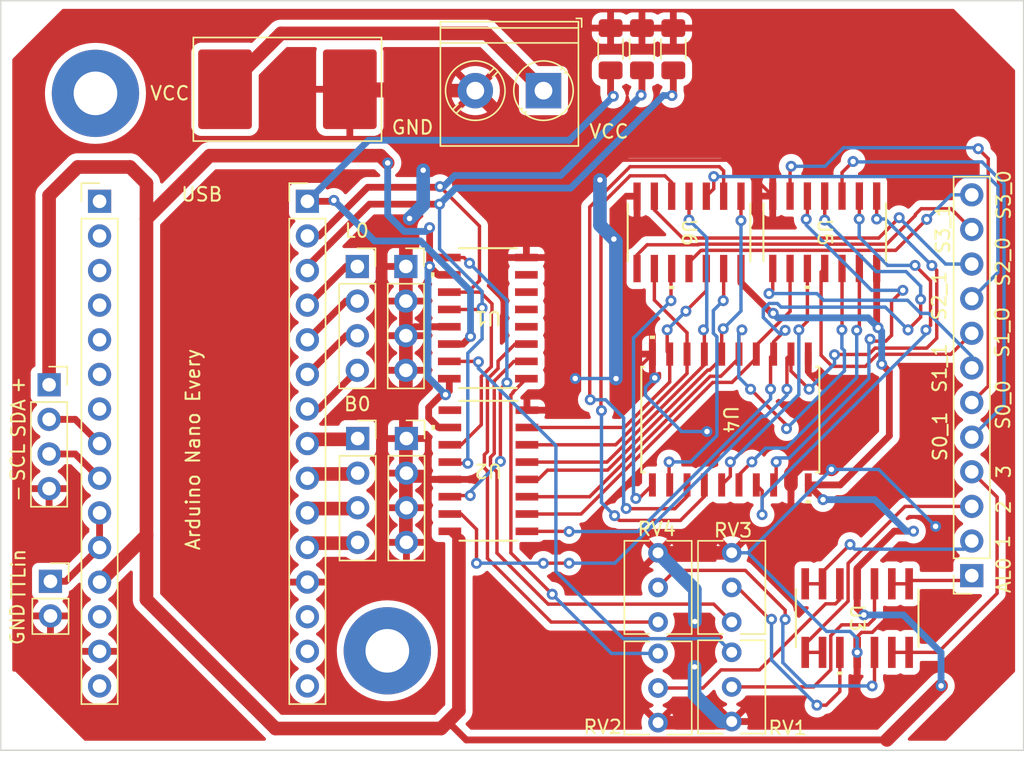
<source format=kicad_pcb>
(kicad_pcb (version 20221018) (generator pcbnew)
  (layers (0 "F.Cu" signal) (31 "B.Cu" signal) (34 "B.Paste" user) (35 "F.Paste" user) (36 "B.SilkS" user "B.Silkscreen") (37 "F.SilkS" user "F.Silkscreen") (38 "B.Mask" user) (39 "F.Mask" user) (44 "Edge.Cuts" user))
  (net 0 "")
  (net 1 "DATA")
  (net 2 "CLOCK")
  (net 3 "LATCH")
  (net 4 "LED0")
  (net 5 "LED1")
  (net 6 "LED2")
  (net 7 "LED3")
  (net 8 "BUTTON_0")
  (net 9 "BUTTON_1")
  (net 10 "BUTTON_2")
  (net 11 "BUTTON_3")
  (net 12 "GND")
  (net 17 "VCC_board")
  (net 19 "TTL+")
  (net 20 "SCL")
  (net 21 "SDA")
  (net 22 "VCC")
  (net 23 "AL1")
  (net 26 "AL2")
  (net 27 "AL3")
  (net 28 "AL0")
  (net 33 "Switch0_OFF")
  (net 34 "Switch1_ON")
  (net 35 "Switch1_OFF")
  (net 36 "Switch2_ON")
  (net 37 "Switch2_OFF")
  (net 38 "Switch3_ON")
  (net 39 "Switch3_OFF")
  (net 41 "Switch0_ON")
  (net 47 "AL0_out")
  (net 48 "AL1_out")
  (net 49 "AL2_out")
  (net 50 "AL3_out")
  (net 51 "Net-(U3-1IN+)")
  (net 52 "Net-(U3-2IN+)")
  (net 53 "Net-(U3-3IN+)")
  (net 54 "Net-(U3-4IN+)")
  (net 55 "Switch0_ON_out")
  (net 56 "Switch0_OFF_out")
  (net 57 "Switch1_ON_out")
  (net 58 "Switch1_OFF_out")
  (net 59 "Switch2_ON_out")
  (net 60 "Switch2_OFF_out")
  (net 61 "Switch3_ON_out")
  (net 62 "Switch3_OFF_out")
  (net 63 "Switch0_OFF_y")
  (net 64 "Switch0_ON_y")
  (net 65 "Switch1_OFF_y")
  (net 66 "Switch1_ON_y")
  (net 67 "Switch2_OFF_y")
  (net 68 "Switch2_ON_y")
  (net 69 "Switch3_OFF_y")
  (net 70 "Switch3_ON_y")
  (net 71 "Net-(U1-QH_2)")
  (footprint "74hc08:SOT108-1_NEX-M" (layer "F.Cu") (at 50.47 17 -90)
    (fp_text reference "U6")
    (fp_text value "74HC08D_652")
  )
  (footprint "74hc595smd:D16-M" (layer "F.Cu") (at 35.72 23.29 180)
    (fp_text reference "U1")
    (fp_text value "SN74HC595_N_16")
  )
  (footprint "74hc08:SOT108-1_NEX-M" (layer "F.Cu") (at 60.42 16.99 -90)
    (fp_text reference "U5")
    (fp_text value "74HC08D_652")
  )
  (footprint "Connector_PinHeader_2.54mm:PinHeader_1x15_P2.54mm_Vertical" (layer "F.Cu") (at 7.25 14.72)
    (fp_text reference "J2" hide)
    (fp_text value "Conn_01x15_Pin" hide)
  )
  (footprint "PCM_Resistor_SMD_AKL:R_Shunt_Vishay_WSR2_WSR3" (layer "F.Cu") (at 21.025 6.5)
    (fp_text reference "REF**" hide)
    (fp_text value "R_Shunt_Vishay_WSR2_WSR3" hide)
  )
  (footprint "MountingHole:MountingHole_3.2mm_M3_Pad" (layer "F.Cu") (at 6.95 6.8)
    (fp_text reference "REF**" hide)
    (fp_text value "MountingHole_3.2mm_M3_Pad" hide)
  )
  (footprint "Connector_PinSocket_2.54mm:PinSocket_1x04_P2.54mm_Vertical" (layer "F.Cu") (at 29.75 32.125)
    (fp_text reference "J7" hide)
    (fp_text value "BUTTONS_gnd" hide)
  )
  (footprint "Resistor_SMD:R_1206_3216Metric_Pad1.30x1.75mm_HandSolder" (layer "F.Cu") (at 49.32 3.56 -90)
    (fp_text reference "R2" hide)
    (fp_text value "10k" hide)
  )
  (footprint "Potentiometer_THT:Potentiometer_Vishay_T73XW_Horizontal" (layer "F.Cu") (at 48.2 47.89)
    (fp_text reference "RV2" hide)
    (fp_text value "potentiometer_3362P" hide)
  )
  (footprint "Resistor_SMD:R_1206_3216Metric_Pad1.30x1.75mm_HandSolder" (layer "F.Cu") (at 44.72 3.56 -90)
    (fp_text reference "R1" hide)
    (fp_text value "10k" hide)
  )
  (footprint "Potentiometer_THT:Potentiometer_Vishay_T73XW_Horizontal" (layer "F.Cu") (at 53.6 47.81)
    (fp_text reference "RV1")
    (fp_text value "potentiometer_3362P" hide)
  )
  (footprint "Connector_PinSocket_2.54mm:PinSocket_1x04_P2.54mm_Vertical" (layer "F.Cu") (at 29.71 19.5)
    (fp_text reference "J5" hide)
    (fp_text value "LEDS_gnd" hide)
  )
  (footprint "Connector_PinSocket_2.54mm:PinSocket_1x02_P2.54mm_Vertical" (layer "F.Cu") (at 3.65 42.6)
    (fp_text reference "J9" hide)
    (fp_text value "TTLin")
  )
  (footprint "Connector_PinSocket_2.54mm:PinSocket_1x04_P2.54mm_Vertical" (layer "F.Cu") (at 3.55 28.18)
    (fp_text reference "J8" hide)
    (fp_text value "oled" hide)
  )
  (footprint "Connector_PinHeader_2.54mm:PinHeader_1x15_P2.54mm_Vertical" (layer "F.Cu") (at 22.49 14.72)
    (fp_text reference "J1" hide)
    (fp_text value "Conn_01x15_Pin" hide)
  )
  (footprint "74hc595smd:D16-M" (layer "F.Cu") (at 35.76 34.49 180)
    (fp_text reference "U2")
    (fp_text value "SN74HC595_N_16")
  )
  (footprint "MountingHole:MountingHole_3.2mm_M3_Pad" (layer "F.Cu") (at 28.35 47.7)
    (fp_text reference "REF**" hide)
    (fp_text value "MountingHole_3.2mm_M3_Pad" hide)
  )
  (footprint "Connector_PinSocket_2.54mm:PinSocket_1x04_P2.54mm_Vertical" (layer "F.Cu") (at 26.175 32.125)
    (fp_text reference "J6" hide)
    (fp_text value "Buttons_digital" hide)
  )
  (footprint "TerminalBlock_Phoenix:TerminalBlock_Phoenix_PT-1,5-2-5.0-H_1x02_P5.00mm_Horizontal" (layer "F.Cu") (at 39.8 6.6 180)
    (fp_text reference "J3" hide)
    (fp_text value "power" hide)
  )
  (footprint "Potentiometer_THT:Potentiometer_Vishay_T73XW_Horizontal" (layer "F.Cu") (at 53.6 45.59 180)
    (fp_text reference "RV3" hide)
    (fp_text value "potentiometer_3362P" hide)
  )
  (footprint "Resistor_SMD:R_1206_3216Metric_Pad1.30x1.75mm_HandSolder" (layer "F.Cu") (at 47.02 3.56 -90)
    (fp_text reference "R3" hide)
    (fp_text value "10k" hide)
  )
  (footprint "LM324N:D14-M" (layer "F.Cu") (at 62.8 45.3 -90)
    (fp_text reference "U3")
    (fp_text value "LM324N")
  )
  (footprint "74hc540:SOIC20" (layer "F.Cu") (at 53.5 30.73 -90)
    (fp_text reference "U4")
    (fp_text value "74HC540D")
  )
  (footprint "Potentiometer_THT:Potentiometer_Vishay_T73XW_Horizontal" (layer "F.Cu") (at 48.2 45.59 180)
    (fp_text reference "RV4" hide)
    (fp_text value "potentiometer_3362P" hide)
  )
  (footprint "Connector_PinSocket_2.54mm:PinSocket_1x04_P2.54mm_Vertical" (layer "F.Cu") (at 26.15 19.5)
    (fp_text reference "J4" hide)
    (fp_text value "LEDS_vcc" hide)
  )
  (footprint "Connector_PinSocket_2.54mm:PinSocket_1x12_P2.54mm_Vertical" (layer "F.Cu") (at 71.202619 42.185 180)
    (fp_text reference "J10" hide)
    (fp_text value "register_out" hide)
  )
  (gr_rect (start 0 0) (end 75 55) (stroke (width 0.1)) (fill none) (layer "Edge.Cuts"))
  (gr_text "S1_1" (at 68.85 26.95 90) (layer "F.SilkS") (effects (font (size 1 1))))
  (gr_text "S3_1" (at 69.09 16.75 90) (layer "F.SilkS") (effects (font (size 1 1))))
  (gr_text "SCL" (at 1.26 33.89 90) (layer "F.SilkS") (effects (font (size 1 1))))
  (gr_text "GND" (at 1.23 45.75 90) (layer "F.SilkS") (effects (font (size 1 1))))
  (gr_text "S2_0" (at 73.49 19.15 90) (layer "F.SilkS") (effects (font (size 1 1))))
  (gr_text "-" (at 1.25 36.155 90) (layer "F.SilkS") (effects (font (size 1 1) (thickness 0.125))))
  (gr_text "S2_1" (at 68.82 21.65 90) (layer "F.SilkS") (effects (font (size 1 1))))
  (gr_text "VCC" (at 44.6 9.6) (layer "F.SilkS") (effects (font (size 1 1))))
  (gr_text "SDA" (at 1.3 30.65 90) (layer "F.SilkS") (effects (font (size 1 1))))
  (gr_text "RV2" (at 44.14 53.29) (layer "F.SilkS") (effects (font (size 1 1))))
  (gr_text "S0_1" (at 68.88 31.97 90) (layer "F.SilkS") (effects (font (size 1 1))))
  (gr_text "B0" (at 26.15 29.6) (layer "F.SilkS") (effects (font (size 1 1))))
  (gr_text "VCC" (at 12.4 6.8) (layer "F.SilkS") (effects (font (size 1 1))))
  (gr_text "2" (at 73.547619 37.15 90) (layer "F.SilkS") (effects (font (size 1 1))))
  (gr_text "1" (at 73.49 39.68 90) (layer "F.SilkS") (effects (font (size 1 1))))
  (gr_text "RV3\n" (at 53.7 38.865) (layer "F.SilkS") (effects (font (size 1 1))))
  (gr_text "+" (at 1.25 28.2 90) (layer "F.SilkS") (effects (font (size 1 1))))
  (gr_text "S1_O" (at 73.44 24.33 90) (layer "F.SilkS") (effects (font (size 1 1))))
  (gr_text "USB" (at 13.15 14.8) (layer "F.SilkS") (effects (font (size 1 1)) (justify left bottom)))
  (gr_text "3" (at 73.547619 34.55 90) (layer "F.SilkS") (effects (font (size 1 1))))
  (gr_text "S0_0" (at 73.5 29.65 90) (layer "F.SilkS") (effects (font (size 1 1))))
  (gr_text "Arduino Nano Every" (at 14.69 40.405 90) (layer "F.SilkS") (effects (font (size 1 1)) (justify left bottom)))
  (gr_text "RV4\n" (at 48.1 38.765) (layer "F.SilkS") (effects (font (size 1 1))))
  (gr_text "GND" (at 30.2 9.3) (layer "F.SilkS") (effects (font (size 1 1))))
  (gr_text "L0" (at 26.11 16.875) (layer "F.SilkS") (effects (font (size 1 1))))
  (gr_text "S3_0" (at 73.547619 14.25 90) (layer "F.SilkS") (effects (font (size 1 1))))
  (gr_text "AL0" (at 73.547619 42.15 90) (layer "F.SilkS") (effects (font (size 1 1))))
  (segment (start 33.895 25.195) (end 32.89425 25.195) (width 0.5) (layer "F.Cu") (net 1))
  (segment (start 34.45 24.64) (end 33.895 25.195) (width 0.5) (layer "F.Cu") (net 1))
  (segment (start 22.49 14.405) (end 22.49 14.72) (width 0.5) (layer "F.Cu") (net 1))
  (segment (start 22.49 14.72) (end 24.360002 14.72) (width 0.5) (layer "F.Cu") (net 1))
  (segment (start 44.72 6.810002) (end 44.92 7.010002) (width 0.5) (layer "F.Cu") (net 1))
  (segment (start 24.360002 14.72) (end 24.430002 14.65) (width 0.5) (layer "F.Cu") (net 1))
  (segment (start 44.72 5.11) (end 44.72 6.810002) (width 0.5) (layer "F.Cu") (net 1))
  (via (at 24.430002 14.65) (size 0.8) (drill 0.4) (layers "F.Cu" "B.Cu") (net 1))
  (via (at 44.92 7.010002) (size 0.8) (drill 0.4) (layers "F.Cu" "B.Cu") (net 1))
  (via (at 34.45 24.64) (size 0.8) (drill 0.4) (layers "F.Cu" "B.Cu") (net 1))
  (segment (start 27.410002 17.63) (end 24.430002 14.65) (width 0.5) (layer "B.Cu") (net 1))
  (segment (start 41.690002 10.24) (end 44.92 7.010002) (width 0.5) (layer "B.Cu") (net 1))
  (segment (start 34.45 24.64) (end 34.45 21.300516) (width 0.5) (layer "B.Cu") (net 1))
  (segment (start 30.779484 17.63) (end 27.410002 17.63) (width 0.5) (layer "B.Cu") (net 1))
  (segment (start 34.45 21.300516) (end 30.779484 17.63) (width 0.5) (layer "B.Cu") (net 1))
  (segment (start 26.97 10.24) (end 41.690002 10.24) (width 0.5) (layer "B.Cu") (net 1))
  (segment (start 22.49 14.72) (end 26.97 10.24) (width 0.5) (layer "B.Cu") (net 1))
  (segment (start 32.93425 32.585) (end 33.7661 32.585) (width 0.25) (layer "F.Cu") (net 2))
  (segment (start 34.26 21.385) (end 32.89425 21.385) (width 0.25) (layer "F.Cu") (net 2))
  (segment (start 22.49 17.26) (end 23.34 17.26) (width 0.5) (layer "F.Cu") (net 2))
  (segment (start 47.02 6.86887) (end 46.95945 6.92942) (width 0.5) (layer "F.Cu") (net 2))
  (segment (start 33.7661 32.585) (end 35.24 31.1111) (width 0.25) (layer "F.Cu") (net 2))
  (segment (start 35.975 26.849761) (end 35.975 22.890305) (width 0.25) (layer "F.Cu") (net 2))
  (segment (start 26.91 13.69) (end 32.16 13.69) (width 0.5) (layer "F.Cu") (net 2))
  (segment (start 36.025 22.840305) (end 36.025 22.239695) (width 0.25) (layer "F.Cu") (net 2))
  (segment (start 34.26 21.385) (end 35.105 20.54) (width 0.25) (layer "F.Cu") (net 2))
  (segment (start 35.170305 21.385) (end 34.26 21.385) (width 0.25) (layer "F.Cu") (net 2))
  (segment (start 35.975 22.890305) (end 36.025 22.840305) (width 0.25) (layer "F.Cu") (net 2))
  (segment (start 35.105 20.54) (end 35.105 16.535) (width 0.25) (layer "F.Cu") (net 2))
  (segment (start 35.24 27.584761) (end 35.975 26.849761) (width 0.25) (layer "F.Cu") (net 2))
  (segment (start 36.025 22.239695) (end 35.170305 21.385) (width 0.25) (layer "F.Cu") (net 2))
  (segment (start 35.105 16.535) (end 32.21 13.64) (width 0.25) (layer "F.Cu") (net 2))
  (segment (start 35.24 31.1111) (end 35.24 27.584761) (width 0.25) (layer "F.Cu") (net 2))
  (segment (start 23.34 17.26) (end 26.91 13.69) (width 0.5) (layer "F.Cu") (net 2))
  (segment (start 32.16 13.69) (end 32.21 13.64) (width 0.5) (layer "F.Cu") (net 2))
  (segment (start 47.02 5.11) (end 47.02 6.86887) (width 0.5) (layer "F.Cu") (net 2))
  (via (at 46.95945 6.92942) (size 0.8) (drill 0.4) (layers "F.Cu" "B.Cu") (net 2))
  (via (at 32.21 13.64) (size 0.8) (drill 0.4) (layers "F.Cu" "B.Cu") (net 2))
  (segment (start 32.21 13.64) (end 32.48005 13.64) (width 0.5) (layer "B.Cu") (net 2))
  (segment (start 32.48005 13.64) (end 33.29005 12.83) (width 0.5) (layer "B.Cu") (net 2))
  (segment (start 41.05887 12.83) (end 46.95945 6.92942) (width 0.5) (layer "B.Cu") (net 2))
  (segment (start 33.29005 12.83) (end 41.05887 12.83) (width 0.5) (layer "B.Cu") (net 2))
  (segment (start 27.045 14.93) (end 32.18 14.93) (width 0.5) (layer "F.Cu") (net 3))
  (segment (start 49.32 5.11) (end 49.32 6.860004) (width 0.5) (layer "F.Cu") (net 3))
  (segment (start 22.49 19.485) (end 27.045 14.93) (width 0.5) (layer "F.Cu") (net 3))
  (segment (start 49.32 6.860004) (end 49.220004 6.96) (width 0.5) (layer "F.Cu") (net 3))
  (segment (start 32.89425 22.655) (end 35.185 22.655) (width 0.25) (layer "F.Cu") (net 3))
  (segment (start 35.185 22.655) (end 35.3 22.54) (width 0.25) (layer "F.Cu") (net 3))
  (segment (start 33.01925 33.94) (end 32.93425 33.855) (width 0.25) (layer "F.Cu") (net 3))
  (segment (start 34.25 33.94) (end 33.01925 33.94) (width 0.25) (layer "F.Cu") (net 3))
  (via (at 34.25 33.94) (size 0.8) (drill 0.4) (layers "F.Cu" "B.Cu") (net 3))
  (via (at 49.220004 6.96) (size 0.8) (drill 0.4) (layers "F.Cu" "B.Cu") (net 3))
  (via (at 32.18 14.93) (size 0.8) (drill 0.4) (layers "F.Cu" "B.Cu") (net 3))
  (via (at 35.3 22.54) (size 0.8) (drill 0.4) (layers "F.Cu" "B.Cu") (net 3))
  (segment (start 33.36 13.75) (end 41.79 13.75) (width 0.5) (layer "B.Cu") (net 3))
  (segment (start 41.79 13.75) (end 48.58 6.96) (width 0.5) (layer "B.Cu") (net 3))
  (segment (start 35.3 24.815305) (end 35.3 22.54) (width 0.25) (layer "B.Cu") (net 3))
  (segment (start 32.18 18.217343) (end 35.3 21.337343) (width 0.25) (layer "B.Cu") (net 3))
  (segment (start 34.25 25.865305) (end 35.3 24.815305) (width 0.25) (layer "B.Cu") (net 3))
  (segment (start 34.25 33.94) (end 34.25 25.865305) (width 0.25) (layer "B.Cu") (net 3))
  (segment (start 32.18 14.93) (end 33.36 13.75) (width 0.5) (layer "B.Cu") (net 3))
  (segment (start 35.3 21.337343) (end 35.3 22.54) (width 0.25) (layer "B.Cu") (net 3))
  (segment (start 48.58 6.96) (end 49.220004 6.96) (width 0.5) (layer "B.Cu") (net 3))
  (segment (start 32.18 14.93) (end 32.18 18.217343) (width 0.25) (layer "B.Cu") (net 3))
  (segment (start 22.49 22.125) (end 22.49 22.340002) (width 0.5) (layer "F.Cu") (net 4))
  (segment (start 22.49 22.025) (end 22.49 22.340002) (width 1) (layer "F.Cu") (net 4))
  (segment (start 26.15 19.5) (end 25.33 19.5) (width 0.5) (layer "F.Cu") (net 4))
  (segment (start 25.33 19.5) (end 22.49 22.34) (width 0.5) (layer "F.Cu") (net 4))
  (segment (start 26.15 22.04) (end 25.33 22.04) (width 0.5) (layer "F.Cu") (net 5))
  (segment (start 22.49 24.565) (end 22.49 24.880002) (width 1) (layer "F.Cu") (net 5))
  (segment (start 25.33 22.04) (end 22.49 24.88) (width 0.5) (layer "F.Cu") (net 5))
  (segment (start 22.49 24.665) (end 22.49 24.880002) (width 0.5) (layer "F.Cu") (net 5))
  (segment (start 22.49 27.105) (end 22.49 27.420002) (width 1) (layer "F.Cu") (net 6))
  (segment (start 22.49 27.42) (end 22.49 27.420002) (width 0.5) (layer "F.Cu") (net 6))
  (segment (start 26.15 24.58) (end 25.33 24.58) (width 0.5) (layer "F.Cu") (net 6))
  (segment (start 22.49 27.205) (end 22.49 27.420002) (width 0.5) (layer "F.Cu") (net 6))
  (segment (start 25.33 24.58) (end 22.49 27.42) (width 0.5) (layer "F.Cu") (net 6))
  (segment (start 22.49 29.645) (end 22.49 29.96) (width 0.5) (layer "F.Cu") (net 7))
  (segment (start 23.31 29.96) (end 26.15 27.12) (width 0.5) (layer "F.Cu") (net 7))
  (segment (start 26.15 27.12) (end 26.05 27.12) (width 1) (layer "F.Cu") (net 7))
  (segment (start 22.49 29.96) (end 23.31 29.96) (width 0.5) (layer "F.Cu") (net 7))
  (segment (start 26.115 32.185) (end 26.175 32.125) (width 1) (layer "F.Cu") (net 8))
  (segment (start 22.805 32.185) (end 26.115 32.185) (width 1) (layer "F.Cu") (net 8))
  (segment (start 22.49 32.5) (end 22.805 32.185) (width 1) (layer "F.Cu") (net 8))
  (segment (start 22.805 34.725) (end 26.115 34.725) (width 1) (layer "F.Cu") (net 9))
  (segment (start 22.49 35.04) (end 22.805 34.725) (width 1) (layer "F.Cu") (net 9))
  (segment (start 26.115 34.725) (end 26.175 34.665) (width 1) (layer "F.Cu") (net 9))
  (segment (start 22.805 37.265) (end 26.115 37.265) (width 1) (layer "F.Cu") (net 10))
  (segment (start 22.49 37.58) (end 22.805 37.265) (width 1) (layer "F.Cu") (net 10))
  (segment (start 26.115 37.265) (end 26.175 37.205) (width 1) (layer "F.Cu") (net 10))
  (segment (start 22.49 40.12) (end 22.805 39.805) (width 1) (layer "F.Cu") (net 11))
  (segment (start 26.115 39.805) (end 26.175 39.745) (width 1) (layer "F.Cu") (net 11))
  (segment (start 22.805 39.805) (end 26.115 39.805) (width 1) (layer "F.Cu") (net 11))
  (segment (start 62.8 47.8146) (end 62.8 46.6716) (width 0.25) (layer "F.Cu") (net 12))
  (segment (start 3.65 45.14) (end 3.65 45.515) (width 1) (layer "F.Cu") (net 12))
  (segment (start 61.28 34) (end 60.91 34.37) (width 0.25) (layer "F.Cu") (net 12))
  (segment (start 60.4997 33.9797) (end 60.91 34.39) (width 1) (layer "F.Cu") (net 12))
  (segment (start 25.7 6.6) (end 25.6 6.5) (width 1) (layer "F.Cu") (net 12))
  (segment (start 50.9 45.55) (end 50.9 48.86) (width 1) (layer "F.Cu") (net 12))
  (segment (start 60.91 34.37) (end 60.91 34.39) (width 0.25) (layer "F.Cu") (net 12))
  (segment (start 62.8 49.3) (end 62.79 49.31) (width 0.25) (layer "F.Cu") (net 12))
  (segment (start 59.215 25.9294) (end 59.215 27.415) (width 0.25) (layer "F.Cu") (net 12))
  (segment (start 46.66 15.79) (end 44.96 17.49) (width 0.25) (layer "F.Cu") (net 12))
  (segment (start 30.98 8.61) (end 30.98 12.44) (width 1) (layer "F.Cu") (net 12))
  (segment (start 58.645 33.9797) (end 60.4997 33.9797) (width 1) (layer "F.Cu") (net 12))
  (segment (start 38.58575 30.045) (end 40.295 30.045) (width 0.25) (layer "F.Cu") (net 12))
  (segment (start 53.9743 11.7) (end 44.74 11.7) (width 0.25) (layer "F.Cu") (net 12))
  (segment (start 45.984402 27.729998) (end 45.12 27.729998) (width 0.25) (layer "F.Cu") (net 12))
  (segment (start 41.35 13.15) (end 43.29 13.15) (width 1) (layer "F.Cu") (net 12))
  (segment (start 32.93425 35.125) (end 30.21 35.125) (width 0.5) (layer "F.Cu") (net 12))
  (segment (start 29.75 32.125) (end 29.75 39.745) (width 0.5) (layer "F.Cu") (net 12))
  (segment (start 43.29 13.15) (end 43.94 13.15) (width 1) (layer "F.Cu") (net 12))
  (segment (start 57.945 35.5306) (end 57.945 34.6797) (width 1) (layer "F.Cu") (net 12))
  (segment (start 28.87 6.5) (end 30.98 8.61) (width 1) (layer "F.Cu") (net 12))
  (segment (start 41.52 28.33) (end 42.13 27.72) (width 0.25) (layer "F.Cu") (net 12))
  (segment (start 29.75 27.16) (end 29.71 27.12) (width 1) (layer "F.Cu") (net 12))
  (segment (start 48.2 40.51) (end 53.6 40.51) (width 1) (layer "F.Cu") (net 12))
  (segment (start 47.785 27.505) (end 47.96 27.68) (width 0.25) (layer "F.Cu") (net 12))
  (segment (start 51.79 31.61) (end 56.2753 31.61) (width 0.25) (layer "F.Cu") (net 12))
  (segment (start 53.52 52.97) (end 53.6 52.89) (width 1) (layer "F.Cu") (net 12))
  (segment (start 62.8 47.8146) (end 62.8 49.3) (width 0.5) (layer "F.Cu") (net 12))
  (segment (start 61.28 29.48) (end 61.28 34) (width 0.25) (layer "F.Cu") (net 12))
  (segment (start 29.71 19.5) (end 29.71 27.12) (width 0.5) (layer "F.Cu") (net 12))
  (segment (start 47.785 25.9294) (end 47.785 27.505) (width 0.25) (layer "F.Cu") (net 12))
  (segment (start 29.71 27.12) (end 29.71 39.705) (width 1) (layer "F.Cu") (net 12))
  (segment (start 40.295 30.045) (end 41.52 28.82) (width 0.25) (layer "F.Cu") (net 12))
  (segment (start 47.785 25.9294) (end 45.984402 27.729998) (width 0.25) (layer "F.Cu") (net 12))
  (segment (start 60.81 52.89) (end 53.6 52.89) (width 0.5) (layer "F.Cu") (net 12))
  (segment (start 41.52 28.82) (end 41.52 28.33) (width 0.25) (layer "F.Cu") (net 12))
  (segment (start 57.945 34.6797) (end 58.645 33.9797) (width 1) (layer "F.Cu") (net 12))
  (segment (start 25.6 6.5) (end 28.87 6.5) (width 1) (layer "F.Cu") (net 12))
  (segment (start 41.52 28.82) (end 41.52 14.92) (width 0.25) (layer "F.Cu") (net 12))
  (segment (start 32.89425 23.925) (end 32.89425 23.925028) (width 0.5) (layer "F.Cu") (net 12))
  (segment (start 34.8 6.6) (end 41.35 13.15) (width 1) (layer "F.Cu") (net 12))
  (segment (start 46.66 14.3457) (end 46.66 15.79) (width 0.25) (layer "F.Cu") (net 12))
  (segment (start 63.125 46.3466) (end 63.9134 46.3466) (width 0.25) (layer "F.Cu") (net 12))
  (segment (start 68.89 45.21) (end 68.91 45.19) (width 0.25) (layer "F.Cu") (net 12))
  (segment (start 41.52 14.92) (end 43.29 13.15) (width 0.25) (layer "F.Cu") (net 12))
  (segment (start 56.2753 31.61) (end 58.645 33.9797) (width 0.25) (layer "F.Cu") (net 12))
  (segment (start 63.9134 46.3466) (end 65.05 45.21) (width 0.25) (layer "F.Cu") (net 12))
  (segment (start 50.9 48.86) (end 50.88 48.88) (width 1) (layer "F.Cu") (net 12))
  (segment (start 29.71 24.58) (end 30.364972 23.925028) (width 0.5) (layer "F.Cu") (net 12))
  (segment (start 34.8 6.6) (end 25.7 6.6) (width 1) (layer "F.Cu") (net 12))
  (segment (start 44.74 11.7) (end 43.29 13.15) (width 0.25) (layer "F.Cu") (net 12))
  (segment (start 65.05 45.21) (end 68.89 45.21) (width 0.25) (layer "F.Cu") (net 12))
  (segment (start 29.71 16.25) (end 29.71 27.12) (width 1) (layer "F.Cu") (net 12))
  (segment (start 30.364972 23.925028) (end 32.89425 23.925028) (width 0.5) (layer "F.Cu") (net 12))
  (segment (start 47.4844 26.23) (end 47.785 25.9294) (width 0.25) (layer "F.Cu") (net 12))
  (segment (start 30.21 35.125) (end 29.75 34.665) (width 0.5) (layer "F.Cu") (net 12))
  (segment (start 29.71 39.705) (end 29.75 39.745) (width 0.5) (layer "F.Cu") (net 12))
  (segment (start 29.98 15.98) (end 29.71 16.25) (width 1) (layer "F.Cu") (net 12))
  (segment (start 56.61 14.3357) (end 53.9743 11.7) (width 0.25) (layer "F.Cu") (net 12))
  (segment (start 62.79 49.31) (end 62.79 50.91) (width 0.5) (layer "F.Cu") (net 12))
  (segment (start 62.8 46.6716) (end 63.125 46.3466) (width 0.25) (layer "F.Cu") (net 12))
  (segment (start 59.215 27.415) (end 61.28 29.48) (width 0.25) (layer "F.Cu") (net 12))
  (segment (start 62.79 50.91) (end 60.81 52.89) (width 0.5) (layer "F.Cu") (net 12))
  (segment (start 34.8 6.6) (end 34.7 6.5) (width 1) (layer "F.Cu") (net 12))
  (segment (start 48.2 52.97) (end 53.52 52.97) (width 1) (layer "F.Cu") (net 12))
  (via (at 42.13 27.72) (size 0.8) (drill 0.4) (layers "F.Cu" "B.Cu") (net 12))
  (via (at 29.98 15.98) (size 0.8) (drill 0.4) (layers "F.Cu" "B.Cu") (net 12))
  (via (at 45.12 27.729998) (size 0.8) (drill 0.4) (layers "F.Cu" "B.Cu") (net 12))
  (via (at 44.96 17.49) (size 0.8) (drill 0.4) (layers "F.Cu" "B.Cu") (net 12))
  (via (at 47.96 27.68) (size 0.8) (drill 0.4) (layers "F.Cu" "B.Cu") (net 12))
  (via (at 51.79 31.61) (size 0.8) (drill 0.4) (layers "F.Cu" "B.Cu") (net 12))
  (via (at 62.8 47.8146) (size 0.8) (drill 0.4) (layers "F.Cu" "B.Cu") (net 12))
  (via (at 43.94 13.15) (size 0.8) (drill 0.4) (layers "F.Cu" "B.Cu") (net 12))
  (via (at 30.98 12.44) (size 0.8) (drill 0.4) (layers "F.Cu" "B.Cu") (net 12))
  (via (at 50.88 48.88) (size 0.8) (drill 0.4) (layers "F.Cu" "B.Cu") (net 12))
  (via (at 60.91 34.39) (size 0.8) (drill 0.4) (layers "F.Cu" "B.Cu") (net 12))
  (via (at 68.55 38.57) (size 0.8) (drill 0.4) (layers "F.Cu" "B.Cu") (net 12))
  (via (at 50.9 45.55) (size 0.8) (drill 0.4) (layers "F.Cu" "B.Cu") (net 12))
  (segment (start 60.91 34.39) (end 54.79 40.51) (width 0.25) (layer "B.Cu") (net 12))
  (segment (start 60.56 46.28) (end 62.28 46.28) (width 0.25) (layer "B.Cu") (net 12))
  (segment (start 43.94 16.47) (end 44.96 17.49) (width 1) (layer "B.Cu") (net 12))
  (segment (start 43.94 13.15) (end 43.94 16.47) (width 1) (layer "B.Cu") (net 12))
  (segment (start 60.91 34.39) (end 64.37 34.39) (width 0.25) (layer "B.Cu") (net 12))
  (segment (start 45.11 17.64) (end 44.96 17.49) (width 1) (layer "B.Cu") (net 12))
  (segment (start 54.79 40.51) (end 60.56 46.28) (width 0.25) (layer "B.Cu") (net 12))
  (segment (start 45.11 27.72) (end 45.11 17.64) (width 1) (layer "B.Cu") (net 12))
  (segment (start 49.924695 31.61) (end 51.79 31.61) (width 0.25) (layer "B.Cu") (net 12))
  (segment (start 52.85 52.89) (end 53.6 52.89) (width 1) (layer "B.Cu") (net 12))
  (segment (start 62.28 46.28) (end 62.8 46.8) (width 0.25) (layer "B.Cu") (net 12))
  (segment (start 54.79 40.51) (end 53.6 40.51) (width 0.25) (layer "B.Cu") (net 12))
  (segment (start 48.2 40.51) (end 50.9 43.21) (width 1) (layer "B.Cu") (net 12))
  (segment (start 45.11 27.72) (end 45.119998 27.729998) (width 0.25) (layer "B.Cu") (net 12))
  (segment (start 64.37 34.39) (end 68.55 38.57) (width 0.25) (layer "B.Cu") (net 12))
  (segment (start 47.277653 28.362347) (end 47.277653 28.962958) (width 0.25) (layer "B.Cu") (net 12))
  (segment (start 53.52 52.97) (end 53.6 52.89) (width 1) (layer "B.Cu") (net 12))
  (segment (start 50.88 50.92) (end 52.85 52.89) (width 1) (layer "B.Cu") (net 12))
  (segment (start 47.96 27.68) (end 47.277653 28.362347) (width 0.25) (layer "B.Cu") (net 12))
  (segment (start 30.98 12.44) (end 30.98 14.98) (width 1) (layer "B.Cu") (net 12))
  (segment (start 62.8 46.8) (end 62.8 47.8146) (width 0.25) (layer "B.Cu") (net 12))
  (segment (start 45.119998 27.729998) (end 45.12 27.729998) (width 0.25) (layer "B.Cu") (net 12))
  (segment (start 42.13 27.72) (end 45.11 27.72) (width 0.25) (layer "B.Cu") (net 12))
  (segment (start 50.88 48.88) (end 50.88 50.92) (width 1) (layer "B.Cu") (net 12))
  (segment (start 50.9 43.21) (end 50.9 45.55) (width 1) (layer "B.Cu") (net 12))
  (segment (start 30.98 14.98) (end 29.98 15.98) (width 1) (layer "B.Cu") (net 12))
  (segment (start 47.277653 28.962958) (end 49.924695 31.61) (width 0.25) (layer "B.Cu") (net 12))
  (segment (start 32.93425 38.935) (end 33.6 39.60075) (width 0.5) (layer "F.Cu") (net 17))
  (segment (start 32.321604 28.91) (end 32.62 28.91) (width 0.5) (layer "F.Cu") (net 17))
  (segment (start 31.45 19.5026) (end 31.45 19.502614) (width 0.5) (layer "F.Cu") (net 17))
  (segment (start 33.6 39.60075) (end 33.6 52.09) (width 1) (layer "F.Cu") (net 17))
  (segment (start 61.552572 35.5306) (end 65.16 31.923172) (width 0.5) (layer "F.Cu") (net 17))
  (segment (start 31.38 30.5926) (end 31.38 29.851604) (width 0.5) (layer "F.Cu") (net 17))
  (segment (start 10.69 16.005) (end 10.69 13.405) (width 1) (layer "F.Cu") (net 17))
  (segment (start 65.16 31.923172) (end 65.16 27.23) (width 0.5) (layer "F.Cu") (net 17))
  (segment (start 33.6 52.09) (end 32.29 53.4) (width 1) (layer "F.Cu") (net 17))
  (segment (start 56.530256 22.938707) (end 56.643212 22.938707) (width 0.5) (layer "F.Cu") (net 17))
  (segment (start 15.325 11.37) (end 27.84 11.37) (width 1) (layer "F.Cu") (net 17))
  (segment (start 59.215 35.5306) (end 61.552572 35.5306) (width 0.5) (layer "F.Cu") (net 17))
  (segment (start 10.69 13.405) (end 9.485 12.2) (width 1) (layer "F.Cu") (net 17))
  (segment (start 10.69 39.22) (end 10.69 16.005) (width 1) (layer "F.Cu") (net 17))
  (segment (start 32.93425 31.315) (end 32.1024 31.315) (width 0.5) (layer "F.Cu") (net 17))
  (segment (start 32.795 52.895) (end 34.14 54.24) (width 0.5) (layer "F.Cu") (net 17))
  (segment (start 65.16 27.23) (end 64.597347 26.667347) (width 0.5) (layer "F.Cu") (net 17))
  (segment (start 10.69 16.005) (end 15.325 11.37) (width 1) (layer "F.Cu") (net 17))
  (segment (start 32.89425 27.735) (end 32.89425 28.63575) (width 0.5) (layer "F.Cu") (net 17))
  (segment (start 59.215 35.5306) (end 60.294392 36.609992) (width 0.5) (layer "F.Cu") (net 17))
  (segment (start 31.38 29.851604) (end 32.321604 28.91) (width 0.5) (layer "F.Cu") (net 17))
  (segment (start 32.89425 27.735) (end 32.615 27.735) (width 0.5) (layer "F.Cu") (net 17))
  (segment (start 32.0624 20.115) (end 32.89425 20.115) (width 0.5) (layer "F.Cu") (net 17))
  (segment (start 32.89425 28.63575) (end 32.62 28.91) (width 0.5) (layer "F.Cu") (net 17))
  (segment (start 3.55 14.3) (end 3.55 28.18) (width 1) (layer "F.Cu") (net 17))
  (segment (start 7.25 42.66) (end 10.69 39.22) (width 1) (layer "F.Cu") (net 17))
  (segment (start 54.28 19.6543) (end 54.28 20.688451) (width 0.5) (layer "F.Cu") (net 17))
  (segment (start 27.84 11.37) (end 28.375 11.905) (width 1) (layer "F.Cu") (net 17))
  (segment (start 60.294392 36.609992) (end 60.294392 36.61) (width 0.5) (layer "F.Cu") (net 17))
  (segment (start 10.69 39.22) (end 10.69 43.946498) (width 1) (layer "F.Cu") (net 17))
  (segment (start 65.5224 38.92) (end 66.93 38.92) (width 0.5) (layer "F.Cu") (net 17))
  (segment (start 64.23 23.888567) (end 64.331966 23.990533) (width 0.5) (layer "F.Cu") (net 17))
  (segment (start 34.14 54.24) (end 64.98 54.24) (width 0.5) (layer "F.Cu") (net 17))
  (segment (start 31.45 19.5026) (end 32.0624 20.115) (width 0.5) (layer "F.Cu") (net 17))
  (segment (start 5.65 12.2) (end 3.55 14.3) (width 1) (layer "F.Cu") (net 17))
  (segment (start 62.8 42.7854) (end 62.8 41.6424) (width 0.5) (layer "F.Cu") (net 17))
  (segment (start 54.28 20.688451) (end 56.530256 22.938707) (width 0.5) (layer "F.Cu") (net 17))
  (segment (start 64.98 54.24) (end 68.95 50.27) (width 1) (layer "F.Cu") (net 17))
  (segment (start 64.23 19.6443) (end 64.23 23.888567) (width 0.5) (layer "F.Cu") (net 17))
  (segment (start 62.8 44.580002) (end 63.289998 45.07) (width 0.5) (layer "F.Cu") (net 17))
  (segment (start 62.8 42.7854) (end 62.8 44.580002) (width 0.5) (layer "F.Cu") (net 17))
  (segment (start 32.1024 31.315) (end 31.38 30.5926) (width 0.5) (layer "F.Cu") (net 17))
  (segment (start 9.485 12.2) (end 5.65 12.2) (width 1) (layer "F.Cu") (net 17))
  (segment (start 10.69 43.946498) (end 20.143502 53.4) (width 1) (layer "F.Cu") (net 17))
  (segment (start 20.143502 53.4) (end 32.29 53.4) (width 1) (layer "F.Cu") (net 17))
  (segment (start 62.8 41.6424) (end 65.5224 38.92) (width 0.5) (layer "F.Cu") (net 17))
  (segment (start 31.45 16.65) (end 31.45 19.5026) (width 0.5) (layer "F.Cu") (net 17))
  (via (at 64.331966 23.990533) (size 0.8) (drill 0.4) (layers "F.Cu" "B.Cu") (net 17))
  (via (at 56.643212 22.938707) (size 0.8) (drill 0.4) (layers "F.Cu" "B.Cu") (net 17))
  (via (at 31.45 16.65) (size 0.8) (drill 0.4) (layers "F.Cu" "B.Cu") (net 17))
  (via (at 31.45 19.502614) (size 0.8) (drill 0.4) (layers "F.Cu" "B.Cu") (net 17))
  (via (at 28.375 11.905) (size 0.8) (drill 0.4) (layers "F.Cu" "B.Cu") (net 17))
  (via (at 64.597347 26.667347) (size 0.8) (drill 0.4) (layers "F.Cu" "B.Cu") (net 17))
  (via (at 32.62 28.91) (size 0.8) (drill 0.4) (layers "F.Cu" "B.Cu") (net 17))
  (via (at 63.289998 45.07) (size 0.8) (drill 0.4) (layers "F.Cu" "B.Cu") (net 17))
  (via (at 60.294392 36.61) (size 0.8) (drill 0.4) (layers "F.Cu" "B.Cu") (net 17))
  (via (at 68.95 50.27) (size 0.8) (drill 0.4) (layers "F.Cu" "B.Cu") (net 17))
  (via (at 66.93 38.92) (size 0.8) (drill 0.4) (layers "F.Cu" "B.Cu") (net 17))
  (segment (start 66.19 45.07) (end 63.289998 45.07) (width 0.5) (layer "B.Cu") (net 17))
  (segment (start 64.09 36.61) (end 66.4 38.92) (width 0.5) (layer "B.Cu") (net 17))
  (segment (start 63.611433 23.27) (end 64.331966 23.990533) (width 0.5) (layer "B.Cu") (net 17))
  (segment (start 64.597347 26.667347) (end 64.597347 24.255914) (width 0.5) (layer "B.Cu") (net 17))
  (segment (start 64.597347 24.255914) (end 64.331966 23.990533) (width 0.5) (layer "B.Cu") (net 17))
  (segment (start 28.375 15.718502) (end 28.375 11.905) (width 0.5) (layer "B.Cu") (net 17))
  (segment (start 31.33 27.62) (end 32.62 28.91) (width 0.5) (layer "B.Cu") (net 17))
  (segment (start 31.45 16.65) (end 31.17 16.93) (width 0.5) (layer "B.Cu") (net 17))
  (segment (start 29.586498 16.93) (end 28.375 15.718502) (width 0.5) (layer "B.Cu") (net 17))
  (segment (start 56.974505 23.27) (end 63.611433 23.27) (width 0.5) (layer "B.Cu") (net 17))
  (segment (start 31.45 19.502614) (end 31.33 19.622614) (width 0.5) (layer "B.Cu") (net 17))
  (segment (start 68.95 47.83) (end 66.19 45.07) (width 0.5) (layer "B.Cu") (net 17))
  (segment (start 31.17 16.93) (end 29.586498 16.93) (width 0.5) (layer "B.Cu") (net 17))
  (segment (start 60.294392 36.61) (end 64.09 36.61) (width 0.5) (layer "B.Cu") (net 17))
  (segment (start 66.4 38.92) (end 66.93 38.92) (width 0.5) (layer "B.Cu") (net 17))
  (segment (start 68.95 50.27) (end 68.95 47.83) (width 0.5) (layer "B.Cu") (net 17))
  (segment (start 31.33 19.622614) (end 31.33 27.62) (width 0.5) (layer "B.Cu") (net 17))
  (segment (start 56.643212 22.938707) (end 56.974505 23.27) (width 0.5) (layer "B.Cu") (net 17))
  (segment (start 3.65 42.6) (end 4.77 42.6) (width 0.5) (layer "F.Cu") (net 19))
  (segment (start 4.77 42.6) (end 7.25 40.12) (width 0.5) (layer "F.Cu") (net 19))
  (segment (start 7.25 37.58) (end 7.25 40.12) (width 0.5) (layer "F.Cu") (net 19))
  (segment (start 6.925 35.04) (end 7.25 35.04) (width 0.5) (layer "F.Cu") (net 20))
  (segment (start 5.47 33.26) (end 7.25 35.04) (width 0.5) (layer "F.Cu") (net 20))
  (segment (start 3.55 33.26) (end 5.47 33.26) (width 0.5) (layer "F.Cu") (net 20))
  (segment (start 5.47 30.72) (end 7.25 32.5) (width 0.5) (layer "F.Cu") (net 21))
  (segment (start 6.925 32.5) (end 7.25 32.5) (width 0.5) (layer "F.Cu") (net 21))
  (segment (start 3.55 30.72) (end 5.47 30.72) (width 0.5) (layer "F.Cu") (net 21))
  (segment (start 35.6 2.4) (end 20.55 2.4) (width 1) (layer "F.Cu") (net 22))
  (segment (start 39.8 6.6) (end 35.6 2.4) (width 1) (layer "F.Cu") (net 22))
  (segment (start 20.55 2.4) (end 16.45 6.5) (width 1) (layer "F.Cu") (net 22))
  (segment (start 37.564629 28.771767) (end 37.41 28.926396) (width 0.25) (layer "F.Cu") (net 23))
  (segment (start 37.41 28.926396) (end 37.41 40.52) (width 0.25) (layer "F.Cu") (net 23))
  (segment (start 38.54575 27.735) (end 37.564629 28.716121) (width 0.25) (layer "F.Cu") (net 23))
  (segment (start 37.564629 28.716121) (end 37.564629 28.771767) (width 0.25) (layer "F.Cu") (net 23))
  (segment (start 37.41 40.52) (end 40.44 43.55) (width 0.25) (layer "F.Cu") (net 23))
  (via (at 40.44 43.55) (size 0.8) (drill 0.4) (layers "F.Cu" "B.Cu") (net 23))
  (segment (start 40.44 43.55) (end 44.78 47.89) (width 0.25) (layer "B.Cu") (net 23))
  (segment (start 44.78 47.89) (end 48.2 47.89) (width 0.25) (layer "B.Cu") (net 23))
  (segment (start 52.285 44.275) (end 53.6 45.59) (width 0.25) (layer "F.Cu") (net 26))
  (segment (start 36.3894 34.574705) (end 36.3894 40.524705) (width 0.25) (layer "F.Cu") (net 26))
  (segment (start 40.139695 44.275) (end 52.285 44.275) (width 0.25) (layer "F.Cu") (net 26))
  (segment (start 38.54575 26.465) (end 37.632553 26.465) (width 0.25) (layer "F.Cu") (net 26))
  (segment (start 35.915 34.100305) (end 36.3894 34.574705) (width 0.25) (layer "F.Cu") (net 26))
  (segment (start 36.19 33.224695) (end 35.915 33.499695) (width 0.25) (layer "F.Cu") (net 26))
  (segment (start 35.915 33.499695) (end 35.915 34.100305) (width 0.25) (layer "F.Cu") (net 26))
  (segment (start 36.19 27.907553) (end 36.19 33.224695) (width 0.25) (layer "F.Cu") (net 26))
  (segment (start 37.632553 26.465) (end 36.19 27.907553) (width 0.25) (layer "F.Cu") (net 26))
  (segment (start 36.3894 40.524705) (end 40.139695 44.275) (width 0.25) (layer "F.Cu") (net 26))
  (segment (start 40.36 45.59) (end 48.2 45.59) (width 0.25) (layer "F.Cu") (net 27))
  (segment (start 35.69 40.92) (end 40.36 45.59) (width 0.25) (layer "F.Cu") (net 27))
  (segment (start 36.47 26.991157) (end 35.69 27.771157) (width 0.25) (layer "F.Cu") (net 27))
  (segment (start 35.465 33.313299) (end 35.465 34.286701) (width 0.25) (layer "F.Cu") (net 27))
  (segment (start 37.7139 25.195) (end 36.47 26.4389) (width 0.25) (layer "F.Cu") (net 27))
  (segment (start 35.465 34.286701) (end 35.69 34.511701) (width 0.25) (layer "F.Cu") (net 27))
  (segment (start 38.54575 25.195) (end 37.7139 25.195) (width 0.25) (layer "F.Cu") (net 27))
  (segment (start 35.69 33.088299) (end 35.465 33.313299) (width 0.25) (layer "F.Cu") (net 27))
  (segment (start 36.47 26.4389) (end 36.47 26.991157) (width 0.25) (layer "F.Cu") (net 27))
  (segment (start 35.69 34.511701) (end 35.69 40.92) (width 0.25) (layer "F.Cu") (net 27))
  (segment (start 35.69 27.771157) (end 35.69 33.088299) (width 0.25) (layer "F.Cu") (net 27))
  (segment (start 34.995 26.465) (end 35.03 26.5) (width 0.25) (layer "F.Cu") (net 28))
  (segment (start 32.89425 26.465) (end 34.995 26.465) (width 0.25) (layer "F.Cu") (net 28))
  (via (at 35.03 26.5) (size 0.8) (drill 0.4) (layers "F.Cu" "B.Cu") (net 28))
  (segment (start 35.03 26.971655) (end 35.03 26.5) (width 0.25) (layer "B.Cu") (net 28))
  (segment (start 40.71 41.871452) (end 40.71 32.651655) (width 0.25) (layer "B.Cu") (net 28))
  (segment (start 52.6 46.81) (end 45.648548 46.81) (width 0.25) (layer "B.Cu") (net 28))
  (segment (start 53.6 47.81) (end 52.6 46.81) (width 0.25) (layer "B.Cu") (net 28))
  (segment (start 40.71 32.651655) (end 35.03 26.971655) (width 0.25) (layer "B.Cu") (net 28))
  (segment (start 45.648548 46.81) (end 40.71 41.871452) (width 0.25) (layer "B.Cu") (net 28))
  (segment (start 67.455017 23.223748) (end 66.528765 24.15) (width 0.25) (layer "F.Cu") (net 33))
  (segment (start 60.42 14.3357) (end 60.42 16.100006) (width 0.25) (layer "F.Cu") (net 33))
  (segment (start 56.45 28.502653) (end 56.45 26.1544) (width 0.25) (layer "F.Cu") (net 33))
  (segment (start 56.45 26.1544) (end 56.675 25.9294) (width 0.25) (layer "F.Cu") (net 33))
  (segment (start 56.675 25.030306) (end 57.518918 24.186388) (width 0.25) (layer "F.Cu") (net 33))
  (segment (start 41.664998 38.935) (end 41.68 38.950002) (width 0.25) (layer "F.Cu") (net 33))
  (segment (start 56.675 25.9294) (end 56.675 25.030306) (width 0.25) (layer "F.Cu") (net 33))
  (segment (start 67.455017 21.911504) (end 67.455017 23.223748) (width 0.25) (layer "F.Cu") (net 33))
  (segment (start 38.58575 38.935) (end 41.664998 38.935) (width 0.25) (layer "F.Cu") (net 33))
  (via (at 66.528765 24.15) (size 0.8) (drill 0.4) (layers "F.Cu" "B.Cu") (net 33))
  (via (at 57.518918 24.186388) (size 0.8) (drill 0.4) (layers "F.Cu" "B.Cu") (net 33))
  (via (at 60.42 16.100006) (size 0.8) (drill 0.4) (layers "F.Cu" "B.Cu") (net 33))
  (via (at 56.45 28.502653) (size 0.8) (drill 0.4) (layers "F.Cu" "B.Cu") (net 33))
  (via (at 41.68 38.950002) (size 0.8) (drill 0.4) (layers "F.Cu" "B.Cu") (net 33))
  (via (at 67.455017 21.911504) (size 0.8) (drill 0.4) (layers "F.Cu" "B.Cu") (net 33))
  (segment (start 56.99481 22.265) (end 56.943517 22.213707) (width 0.25) (layer "B.Cu") (net 33))
  (segment (start 66.381632 19.871632) (end 64.191626 19.871632) (width 0.25) (layer "B.Cu") (net 33))
  (segment (start 56.45 28.502653) (end 56.45 29.215305) (width 0.25) (layer "B.Cu") (net 33))
  (segment (start 56.45 29.215305) (end 46.715303 38.950002) (width 0.25) (layer "B.Cu") (net 33))
  (segment (start 55.918212 23.239012) (end 57.119168 24.439968) (width 0.25) (layer "B.Cu") (net 33))
  (segment (start 66.528765 24.45187) (end 66.528765 24.15) (width 0.25) (layer "B.Cu") (net 33))
  (segment (start 67.455017 21.911504) (end 67.455017 20.945017) (width 0.25) (layer "B.Cu") (net 33))
  (segment (start 46.715303 38.950002) (end 41.68 38.950002) (width 0.25) (layer "B.Cu") (net 33))
  (segment (start 57.220305 22.485) (end 57.000305 22.265) (width 0.25) (layer "B.Cu") (net 33))
  (segment (start 56.943517 22.213707) (end 56.342907 22.213707) (width 0.25) (layer "B.Cu") (net 33))
  (segment (start 55.918212 22.638402) (end 55.918212 23.239012) (width 0.25) (layer "B.Cu") (net 33))
  (segment (start 64.191626 19.871632) (end 60.42 16.100006) (width 0.25) (layer "B.Cu") (net 33))
  (segment (start 66.528765 24.15) (end 64.863765 22.485) (width 0.25) (layer "B.Cu") (net 33))
  (segment (start 67.455017 20.945017) (end 66.381632 19.871632) (width 0.25) (layer "B.Cu") (net 33))
  (segment (start 64.863765 22.485) (end 57.220305 22.485) (width 0.25) (layer "B.Cu") (net 33))
  (segment (start 57.000305 22.265) (end 56.99481 22.265) (width 0.25) (layer "B.Cu") (net 33))
  (segment (start 56.342907 22.213707) (end 55.918212 22.638402) (width 0.25) (layer "B.Cu") (net 33))
  (segment (start 57.119168 24.439968) (end 57.48253 24.439968) (width 0.25) (layer "B.Cu") (net 33))
  (segment (start 57.88 22.8) (end 55.405 25.275) (width 0.25) (layer "F.Cu") (net 34))
  (segment (start 53.62362 28.0053) (end 52.213888 28.0053) (width 0.25) (layer "F.Cu") (net 34))
  (segment (start 55.405 25.9294) (end 55.405 26.22392) (width 0.25) (layer "F.Cu") (net 34))
  (segment (start 55.405 25.275) (end 55.405 25.9294) (width 0.25) (layer "F.Cu") (net 34))
  (segment (start 42.554188 37.665) (end 38.58575 37.665) (width 0.25) (layer "F.Cu") (net 34))
  (segment (start 55.405 26.22392) (end 53.62362 28.0053) (width 0.25) (layer "F.Cu") (net 34))
  (segment (start 52.213888 28.0053) (end 42.554188 37.665) (width 0.25) (layer "F.Cu") (net 34))
  (segment (start 57.88 19.6443) (end 57.88 22.8) (width 0.25) (layer "F.Cu") (net 34))
  (segment (start 52.80362 27.5553) (end 54.135 26.22392) (width 0.25) (layer "F.Cu") (net 35))
  (segment (start 54.135 24.004752) (end 54.204965 23.934787) (width 0.25) (layer "F.Cu") (net 35))
  (segment (start 54.135 25.9294) (end 54.135 24.004752) (width 0.25) (layer "F.Cu") (net 35))
  (segment (start 61.69 24.14) (end 61.68 24.15) (width 0.25) (layer "F.Cu") (net 35))
  (segment (start 38.58575 36.395) (end 43.187792 36.395) (width 0.25) (layer "F.Cu") (net 35))
  (segment (start 54.135 26.22392) (end 54.135 25.9294) (width 0.25) (layer "F.Cu") (net 35))
  (segment (start 52.027492 27.5553) (end 52.80362 27.5553) (width 0.25) (layer "F.Cu") (net 35))
  (segment (start 61.68 24.15) (end 61.68 24.55) (width 0.25) (layer "F.Cu") (net 35))
  (segment (start 43.187792 36.395) (end 52.027492 27.5553) (width 0.25) (layer "F.Cu") (net 35))
  (segment (start 57.62 31.14) (end 54.985 28.505) (width 0.25) (layer "F.Cu") (net 35))
  (segment (start 61.69 19.6443) (end 61.69 24.14) (width 0.25) (layer "F.Cu") (net 35))
  (segment (start 57.62 31.4) (end 57.62 31.14) (width 0.25) (layer "F.Cu") (net 35))
  (via (at 57.62 31.4) (size 0.8) (drill 0.4) (layers "F.Cu" "B.Cu") (net 35))
  (via (at 54.985 28.505) (size 0.8) (drill 0.4) (layers "F.Cu" "B.Cu") (net 35))
  (via (at 54.349387 24.155068) (size 0.8) (drill 0.4) (layers "F.Cu" "B.Cu") (net 35))
  (via (at 61.68 24.15) (size 0.8) (drill 0.4) (layers "F.Cu" "B.Cu") (net 35))
  (segment (start 61.68 25.492993) (end 61.864701 25.677694) (width 0.25) (layer "B.Cu") (net 35))
  (segment (start 61.68 24.15) (end 61.68 25.492993) (width 0.25) (layer "B.Cu") (net 35))
  (segment (start 54.985 28.505) (end 54.12 27.64) (width 0.25) (layer "B.Cu") (net 35))
  (segment (start 61.864701 25.677694) (end 61.864701 27.155299) (width 0.25) (layer "B.Cu") (net 35))
  (segment (start 54.12 27.64) (end 54.12 24.019752) (width 0.25) (layer "B.Cu") (net 35))
  (segment (start 54.12 24.019752) (end 54.204965 23.934787) (width 0.25) (layer "B.Cu") (net 35))
  (segment (start 61.864701 27.155299) (end 57.62 31.4) (width 0.25) (layer "B.Cu") (net 35))
  (segment (start 44.501396 34.445) (end 51.841096 27.1053) (width 0.25) (layer "F.Cu") (net 36))
  (segment (start 52.865 26.22392) (end 52.865 25.9294) (width 0.25) (layer "F.Cu") (net 36))
  (segment (start 40.0976 34.445) (end 44.501396 34.445) (width 0.25) (layer "F.Cu") (net 36))
  (segment (start 51.841096 27.1053) (end 51.98362 27.1053) (width 0.25) (layer "F.Cu") (net 36))
  (segment (start 38.58575 35.125) (end 39.4176 35.125) (width 0.25) (layer "F.Cu") (net 36))
  (segment (start 52.865 25.9294) (end 52.865 24.185) (width 0.25) (layer "F.Cu") (net 36))
  (segment (start 51.98362 27.1053) (end 52.865 26.22392) (width 0.25) (layer "F.Cu") (net 36))
  (segment (start 52.865 24.185) (end 52.98 24.07) (width 0.25) (layer "F.Cu") (net 36))
  (segment (start 54.28 16.13) (end 54.279995 16.130005) (width 0.25) (layer "F.Cu") (net 36))
  (segment (start 54.28 14.3457) (end 54.28 16.13) (width 0.25) (layer "F.Cu") (net 36))
  (segment (start 39.4176 35.125) (end 40.0976 34.445) (width 0.25) (layer "F.Cu") (net 36))
  (via (at 52.98 24.07) (size 0.8) (drill 0.4) (layers "F.Cu" "B.Cu") (net 36))
  (via (at 54.279995 16.130005) (size 0.8) (drill 0.4) (layers "F.Cu" "B.Cu") (net 36))
  (segment (start 52.98 24.07) (end 54.280005 22.769995) (width 0.25) (layer "B.Cu") (net 36))
  (segment (start 54.280005 22.769995) (end 54.280005 16.130015) (width 0.25) (layer "B.Cu") (net 36))
  (segment (start 54.280005 16.130015) (end 54.279995 16.130005) (width 0.25) (layer "B.Cu") (net 36))
  (segment (start 50.47 14.3457) (end 50.47 16.090002) (width 0.25) (layer "F.Cu") (net 37))
  (segment (start 44.455 33.855) (end 51.595 26.715) (width 0.25) (layer "F.Cu") (net 37))
  (segment (start 51.595 26.715) (end 51.595 25.9294) (width 0.25) (layer "F.Cu") (net 37))
  (segment (start 51.595 24.215) (end 51.595 25.9294) (width 0.25) (layer "F.Cu") (net 37))
  (segment (start 51.53 24.15) (end 51.595 24.215) (width 0.25) (layer "F.Cu") (net 37))
  (segment (start 38.58575 33.855) (end 44.455 33.855) (width 0.25) (layer "F.Cu") (net 37))
  (via (at 51.53 24.15) (size 0.8) (drill 0.4) (layers "F.Cu" "B.Cu") (net 37))
  (via (at 50.47 16.090002) (size 0.8) (drill 0.4) (layers "F.Cu" "B.Cu") (net 37))
  (segment (start 51.77 17.390002) (end 50.47 16.090002) (width 0.25) (layer "B.Cu") (net 37))
  (segment (start 51.77 24.21) (end 51.77 17.390002) (width 0.25) (layer "B.Cu") (net 37))
  (segment (start 47.93 19.6543) (end 47.93 21.97) (width 0.25) (layer "F.Cu") (net 38))
  (segment (start 47.93 21.97) (end 50.325 24.365) (width 0.25) (layer "F.Cu") (net 38))
  (segment (start 38.58575 32.585) (end 45.088604 32.585) (width 0.25) (layer "F.Cu") (net 38))
  (segment (start 50.325 27.348604) (end 50.325 25.9294) (width 0.25) (layer "F.Cu") (net 38))
  (segment (start 50.325 24.365) (end 50.325 25.9294) (width 0.25) (layer "F.Cu") (net 38))
  (segment (start 45.088604 32.585) (end 50.325 27.348604) (width 0.25) (layer "F.Cu") (net 38))
  (segment (start 45.722208 31.315) (end 38.58575 31.315) (width 0.25) (layer "F.Cu") (net 39))
  (segment (start 48.87 24.15) (end 48.87 25.7444) (width 0.25) (layer "F.Cu") (net 39))
  (segment (start 51.74 21.28) (end 50.24 22.78) (width 0.25) (layer "F.Cu") (net 39))
  (segment (start 48.87 25.7444) (end 49.055 25.9294) (width 0.25) (layer "F.Cu") (net 39))
  (segment (start 51.74 19.6543) (end 51.74 21.28) (width 0.25) (layer "F.Cu") (net 39))
  (segment (start 49.055 25.9294) (end 49.055 27.982208) (width 0.25) (layer "F.Cu") (net 39))
  (segment (start 49.055 27.982208) (end 45.722208 31.315) (width 0.25) (layer "F.Cu") (net 39))
  (via (at 50.24 22.78) (size 0.8) (drill 0.4) (layers "F.Cu" "B.Cu") (net 39))
  (via (at 48.87 24.15) (size 0.8) (drill 0.4) (layers "F.Cu" "B.Cu") (net 39))
  (segment (start 48.87 24.15) (end 50.24 22.78) (width 0.25) (layer "B.Cu") (net 39))
  (segment (start 32.93425 37.665) (end 33.7661 37.665) (width 0.25) (layer "F.Cu") (net 41))
  (segment (start 64.23 16.019994) (end 64.229997 16.019997) (width 0.25) (layer "F.Cu") (net 41))
  (segment (start 57.65 26.2244) (end 57.945 25.9294) (width 0.25) (layer "F.Cu") (net 41))
  (segment (start 68.635 19.795) (end 68.275 19.435) (width 0.25) (layer "F.Cu") (net 41))
  (segment (start 64.110646 25.492347) (end 67.902958 25.492347) (width 0.25) (layer "F.Cu") (net 41))
  (segment (start 57.945 27.170306) (end 59.277347 28.502653) (width 0.25) (layer "F.Cu") (net 41))
  (segment (start 63.647993 25.955) (end 64.110646 25.492347) (width 0.25) (layer "F.Cu") (net 41))
  (segment (start 57.945 25.9294) (end 57.945 27.170306) (width 0.25) (layer "F.Cu") (net 41))
  (segment (start 57.65 28.502653) (end 57.65 26.2244) (width 0.25) (layer "F.Cu") (net 41))
  (segment (start 61.1627 25.955) (end 63.647993 25.955) (width 0.25) (layer "F.Cu") (net 41))
  (segment (start 41.68 41.27) (end 39.799998 41.27) (width 0.25) (layer "F.Cu") (net 41))
  (segment (start 68.635 24.760305) (end 68.635 19.795) (width 0.25) (layer "F.Cu") (net 41))
  (segment (start 39.799998 41.27) (end 39.79 41.279998) (width 0.25) (layer "F.Cu") (net 41))
  (segment (start 33.7661 37.665) (end 34.89 38.7889) (width 0.25) (layer "F.Cu") (net 41))
  (segment (start 67.902958 25.492347) (end 68.635 24.760305) (width 0.25) (layer "F.Cu") (net 41))
  (segment (start 34.89 38.7889) (end 34.89 41.28) (width 0.25) (layer "F.Cu") (net 41))
  (segment (start 61.139701 25.977999) (end 61.1627 25.955) (width 0.25) (layer "F.Cu") (net 41))
  (segment (start 64.23 14.3357) (end 64.23 16.019994) (width 0.25) (layer "F.Cu") (net 41))
  (via (at 41.68 41.27) (size 0.8) (drill 0.4) (layers "F.Cu" "B.Cu") (net 41))
  (via (at 34.89 41.28) (size 0.8) (drill 0.4) (layers "F.Cu" "B.Cu") (net 41))
  (via (at 64.229997 16.019997) (size 0.8) (drill 0.4) (layers "F.Cu" "B.Cu") (net 41))
  (via (at 57.65 28.502653) (size 0.8) (drill 0.4) (layers "F.Cu" "B.Cu") (net 41))
  (via (at 68.275 19.435) (size 0.8) (drill 0.4) (layers "F.Cu" "B.Cu") (net 41))
  (via (at 59.277347 28.502653) (size 0.8) (drill 0.4) (layers "F.Cu" "B.Cu") (net 41))
  (via (at 39.79 41.279998) (size 0.8) (drill 0.4) (layers "F.Cu" "B.Cu") (net 41))
  (via (at 61.139701 25.977999) (size 0.8) (drill 0.4) (layers "F.Cu" "B.Cu") (net 41))
  (segment (start 34.9 41.27) (end 34.89 41.28) (width 0.25) (layer "B.Cu") (net 41))
  (segment (start 57.65 28.941701) (end 57.65 28.502653) (width 0.25) (layer "B.Cu") (net 41))
  (segment (start 61.139701 25.977999) (end 61.139701 26.640299) (width 0.25) (layer "B.Cu") (net 41))
  (segment (start 45.031701 41.27) (end 55.806701 30.495) (width 0.25) (layer "B.Cu") (net 41))
  (segment (start 64.229997 16.019997) (end 64.859997 16.019997) (width 0.25) (layer "B.Cu") (net 41))
  (segment (start 39.79 41.279998) (end 39.780002 41.27) (width 0.25) (layer "B.Cu") (net 41))
  (segment (start 55.806701 30.495) (end 56.096701 30.495) (width 0.25) (layer "B.Cu") (net 41))
  (segment (start 56.096701 30.495) (end 57.65 28.941701) (width 0.25) (layer "B.Cu") (net 41))
  (segment (start 41.61 41.27) (end 45.031701 41.27) (width 0.25) (layer "B.Cu") (net 41))
  (segment (start 39.780002 41.27) (end 34.9 41.27) (width 0.25) (layer "B.Cu") (net 41))
  (segment (start 61.139701 26.640299) (end 59.277347 28.502653) (width 0.25) (layer "B.Cu") (net 41))
  (segment (start 64.859997 16.019997) (end 68.275 19.435) (width 0.25) (layer "B.Cu") (net 41))
  (segment (start 66.8554 42.54) (end 70.847619 42.54) (width 0.25) (layer "F.Cu") (net 47))
  (segment (start 70.847619 42.54) (end 71.202619 42.185) (width 0.25) (layer "F.Cu") (net 47))
  (segment (start 66.61 42.7854) (end 66.8554 42.54) (width 0.25) (layer "F.Cu") (net 47))
  (segment (start 65.34 42.7854) (end 66.61 42.7854) (width 0.25) (layer "F.Cu") (net 47))
  (segment (start 58.99 42.7854) (end 60.26 42.7854) (width 0.25) (layer "F.Cu") (net 48))
  (segment (start 60.26 42.7854) (end 60.26 41.92) (width 0.25) (layer "F.Cu") (net 48))
  (segment (start 60.26 41.92) (end 62.28 39.9) (width 0.25) (layer "F.Cu") (net 48))
  (via (at 62.28 39.9) (size 0.8) (drill 0.4) (layers "F.Cu" "B.Cu") (net 48))
  (segment (start 62.28 39.9) (end 62.623568 40.243568) (width 0.25) (layer "B.Cu") (net 48))
  (segment (start 70.604051 40.243568) (end 71.202619 39.645) (width 0.25) (layer "B.Cu") (net 48))
  (segment (start 62.623568 40.243568) (end 70.604051 40.243568) (width 0.25) (layer "B.Cu") (net 48))
  (segment (start 62.1344 41.282695) (end 66.312095 37.105) (width 0.25) (layer "F.Cu") (net 49))
  (segment (start 66.312095 37.105) (end 71.202619 37.105) (width 0.25) (layer "F.Cu") (net 49))
  (segment (start 62.1344 44.06302) (end 62.1344 41.282695) (width 0.25) (layer "F.Cu") (net 49))
  (segment (start 60.26 47.8146) (end 58.99 47.8146) (width 0.25) (layer "F.Cu") (net 49))
  (segment (start 58.99 47.20742) (end 62.1344 44.06302) (width 0.25) (layer "F.Cu") (net 49))
  (segment (start 58.99 47.8146) (end 58.99 47.20742) (width 0.25) (layer "F.Cu") (net 49))
  (segment (start 73.06 43.49) (end 73.06 36.422381) (width 0.25) (layer "F.Cu") (net 50))
  (segment (start 65.34 47.8146) (end 66.61 47.8146) (width 0.25) (layer "F.Cu") (net 50))
  (segment (start 66.61 47.8146) (end 68.7354 47.8146) (width 0.25) (layer "F.Cu") (net 50))
  (segment (start 73.06 36.422381) (end 71.202619 34.565) (width 0.25) (layer "F.Cu") (net 50))
  (segment (start 68.7354 47.8146) (end 73.06 43.49) (width 0.25) (layer "F.Cu") (net 50))
  (segment (start 53.6 50.35) (end 59.60662 50.35) (width 0.25) (layer "F.Cu") (net 51))
  (segment (start 63.600305 45.795) (end 64.07 45.325305) (width 0.25) (layer "F.Cu") (net 51))
  (segment (start 64.07 45.325305) (end 64.07 42.7854) (width 0.25) (layer "F.Cu") (net 51))
  (segment (start 60.8644 46.59818) (end 61.66758 45.795) (width 0.25) (layer "F.Cu") (net 51))
  (segment (start 60.8644 49.09222) (end 60.8644 46.59818) (width 0.25) (layer "F.Cu") (net 51))
  (segment (start 59.60662 50.35) (end 60.8644 49.09222) (width 0.25) (layer "F.Cu") (net 51))
  (segment (start 61.66758 45.795) (end 63.600305 45.795) (width 0.25) (layer "F.Cu") (net 51))
  (segment (start 48.2 50.43) (end 51.49 50.43) (width 0.25) (layer "F.Cu") (net 52))
  (segment (start 61.53 43.9284) (end 61.53 42.7854) (width 0.25) (layer "F.Cu") (net 52))
  (segment (start 52.82 49.1) (end 55.64 49.1) (width 0.25) (layer "F.Cu") (net 52))
  (segment (start 60.4866 44.2534) (end 61.205 44.2534) (width 0.25) (layer "F.Cu") (net 52))
  (segment (start 61.205 44.2534) (end 61.53 43.9284) (width 0.25) (layer "F.Cu") (net 52))
  (segment (start 55.64 49.1) (end 60.4866 44.2534) (width 0.25) (layer "F.Cu") (net 52))
  (segment (start 51.49 50.43) (end 52.82 49.1) (width 0.25) (layer "F.Cu") (net 52))
  (segment (start 59.85 51.69) (end 60.52 51.69) (width 0.25) (layer "F.Cu") (net 53))
  (segment (start 56.520615 45.384721) (end 56.364721 45.384721) (width 0.25) (layer "F.Cu") (net 53))
  (segment (start 61.53 50.68) (end 61.53 47.8146) (width 0.25) (layer "F.Cu") (net 53))
  (segment (start 54.03 43.05) (end 53.6 43.05) (width 0.25) (layer "F.Cu") (net 53))
  (segment (start 56.364721 45.384721) (end 54.03 43.05) (width 0.25) (layer "F.Cu") (net 53))
  (segment (start 60.52 51.69) (end 61.53 50.68) (width 0.25) (layer "F.Cu") (net 53))
  (via (at 59.85 51.69) (size 0.8) (drill 0.4) (layers "F.Cu" "B.Cu") (net 53))
  (via (at 56.520615 45.384721) (size 0.8) (drill 0.4) (layers "F.Cu" "B.Cu") (net 53))
  (segment (start 59.833604 51.69) (end 59.85 51.69) (width 0.25) (layer "B.Cu") (net 53))
  (segment (start 56.520615 48.377011) (end 59.833604 51.69) (width 0.25) (layer "B.Cu") (net 53))
  (segment (start 56.520615 45.384721) (end 56.520615 48.377011) (width 0.25) (layer "B.Cu") (net 53))
  (segment (start 54.6 41.8) (end 57.52 44.72) (width 0.25) (layer "F.Cu") (net 54))
  (segment (start 48.2 43.05) (end 49.45 41.8) (width 0.25) (layer "F.Cu") (net 54))
  (segment (start 49.45 41.8) (end 54.6 41.8) (width 0.25) (layer "F.Cu") (net 54))
  (segment (start 64.07 47.8146) (end 64.07 50.10905) (width 0.25) (layer "F.Cu") (net 54))
  (segment (start 57.52 44.72) (end 57.52 45.400002) (width 0.25) (layer "F.Cu") (net 54))
  (segment (start 64.07 50.10905) (end 63.9 50.27905) (width 0.25) (layer "F.Cu") (net 54))
  (via (at 57.52 45.400002) (size 0.8) (drill 0.4) (layers "F.Cu" "B.Cu") (net 54))
  (via (at 63.9 50.27905) (size 0.8) (drill 0.4) (layers "F.Cu" "B.Cu") (net 54))
  (segment (start 57.35 48.57) (end 57.35 45.570002) (width 0.25) (layer "B.Cu") (net 54))
  (segment (start 59.05905 50.27905) (end 57.35 48.57) (width 0.25) (layer "B.Cu") (net 54))
  (segment (start 63.9 50.27905) (end 59.05905 50.27905) (width 0.25) (layer "B.Cu") (net 54))
  (segment (start 57.35 45.570002) (end 57.52 45.400002) (width 0.25) (layer "B.Cu") (net 54))
  (segment (start 61.69 14.3357) (end 61.69 12.61) (width 0.25) (layer "F.Cu") (net 55))
  (segment (start 61.69 12.61) (end 62.5 11.8) (width 0.25) (layer "F.Cu") (net 55))
  (via (at 62.5 11.8) (size 0.8) (drill 0.4) (layers "F.Cu" "B.Cu") (net 55))
  (segment (start 73.57 13.443604) (end 71.956396 11.83) (width 0.25) (layer "B.Cu") (net 55))
  (segment (start 62.53 11.83) (end 62.5 11.8) (width 0.25) (layer "B.Cu") (net 55))
  (segment (start 71.202619 32.025) (end 73.57 29.657619) (width 0.25) (layer "B.Cu") (net 55))
  (segment (start 73.57 29.657619) (end 73.57 13.443604) (width 0.25) (layer "B.Cu") (net 55))
  (segment (start 71.956396 11.83) (end 62.53 11.83) (width 0.25) (layer "B.Cu") (net 55))
  (segment (start 72.409998 11.589998) (end 71.68 10.86) (width 0.25) (layer "F.Cu") (net 56))
  (segment (start 71.202619 29.485) (end 72.409998 28.277621) (width 0.25) (layer "F.Cu") (net 56))
  (segment (start 57.88 12.23) (end 57.96 12.15) (width 0.25) (layer "F.Cu") (net 56))
  (segment (start 72.409998 28.277621) (end 72.409998 11.589998) (width 0.25) (layer "F.Cu") (net 56))
  (segment (start 57.88 14.3357) (end 57.88 12.23) (width 0.25) (layer "F.Cu") (net 56))
  (via (at 71.68 10.86) (size 0.8) (drill 0.4) (layers "F.Cu" "B.Cu") (net 56))
  (via (at 57.96 12.15) (size 0.8) (drill 0.4) (layers "F.Cu" "B.Cu") (net 56))
  (segment (start 60.44 12.15) (end 61.8 10.79) (width 0.25) (layer "B.Cu") (net 56))
  (segment (start 57.96 12.15) (end 60.44 12.15) (width 0.25) (layer "B.Cu") (net 56))
  (segment (start 71.61 10.79) (end 71.68 10.86) (width 0.25) (layer "B.Cu") (net 56))
  (segment (start 61.8 10.79) (end 71.61 10.79) (width 0.25) (layer "B.Cu") (net 56))
  (segment (start 56.61 19.6443) (end 56.61 21.214615) (width 0.25) (layer "F.Cu") (net 57))
  (segment (start 56.61 21.214615) (end 56.335874 21.488741) (width 0.25) (layer "F.Cu") (net 57))
  (via (at 56.335874 21.488741) (size 0.8) (drill 0.4) (layers "F.Cu" "B.Cu") (net 57))
  (segment (start 71.202619 26.099656) (end 68.042963 22.94) (width 0.25) (layer "B.Cu") (net 57))
  (segment (start 66.495305 21.98) (end 60.339568 21.98) (width 0.25) (layer "B.Cu") (net 57))
  (segment (start 71.202619 26.945) (end 71.202619 26.099656) (width 0.25) (layer "B.Cu") (net 57))
  (segment (start 60.339568 21.98) (end 59.848309 21.488741) (width 0.25) (layer "B.Cu") (net 57))
  (segment (start 67.455305 22.94) (end 66.495305 21.98) (width 0.25) (layer "B.Cu") (net 57))
  (segment (start 68.042963 22.94) (end 67.455305 22.94) (width 0.25) (layer "B.Cu") (net 57))
  (segment (start 59.848309 21.488741) (end 56.335874 21.488741) (width 0.25) (layer "B.Cu") (net 57))
  (segment (start 60.42 19.6443) (end 60.1533 19.911) (width 0.25) (layer "F.Cu") (net 58))
  (segment (start 60.1533 19.911) (end 60.1533 26.016904) (width 0.25) (layer "F.Cu") (net 58))
  (segment (start 64.297042 25.942347) (end 69.665272 25.942347) (width 0.25) (layer "F.Cu") (net 58))
  (segment (start 60.966091 26.829695) (end 63.409694 26.829695) (width 0.25) (layer "F.Cu") (net 58))
  (segment (start 69.665272 25.942347) (end 71.202619 24.405) (width 0.25) (layer "F.Cu") (net 58))
  (segment (start 63.409694 26.829695) (end 64.297042 25.942347) (width 0.25) (layer "F.Cu") (net 58))
  (segment (start 60.1533 26.016904) (end 60.966091 26.829695) (width 0.25) (layer "F.Cu") (net 58))
  (segment (start 51.74 14.3457) (end 52.285 13.8007) (width 0.25) (layer "F.Cu") (net 59))
  (segment (start 52.285 13.8007) (end 52.285 12.905) (width 0.25) (layer "F.Cu") (net 59))
  (via (at 52.285 12.905) (size 0.8) (drill 0.4) (layers "F.Cu" "B.Cu") (net 59))
  (segment (start 73.12 13.63) (end 72.395 12.905) (width 0.25) (layer "B.Cu") (net 59))
  (segment (start 73.12 19.947619) (end 73.12 13.63) (width 0.25) (layer "B.Cu") (net 59))
  (segment (start 72.395 12.905) (end 52.285 12.905) (width 0.25) (layer "B.Cu") (net 59))
  (segment (start 71.202619 21.865) (end 73.12 19.947619) (width 0.25) (layer "B.Cu") (net 59))
  (segment (start 64.384002 17.416) (end 65.88 15.920002) (width 0.25) (layer "F.Cu") (net 60))
  (segment (start 49.997 17.416) (end 64.384002 17.416) (width 0.25) (layer "F.Cu") (net 60))
  (segment (start 47.93 15.349) (end 49.997 17.416) (width 0.25) (layer "F.Cu") (net 60))
  (segment (start 47.93 14.3457) (end 47.93 15.349) (width 0.25) (layer "F.Cu") (net 60))
  (via (at 65.88 15.920002) (size 0.8) (drill 0.4) (layers "F.Cu" "B.Cu") (net 60))
  (segment (start 71.202619 19.325) (end 69.284998 19.325) (width 0.25) (layer "B.Cu") (net 60))
  (segment (start 69.284998 19.325) (end 65.88 15.920002) (width 0.25) (layer "B.Cu") (net 60))
  (segment (start 69.682619 15.265) (end 71.202619 16.785) (width 0.25) (layer "F.Cu") (net 61))
  (segment (start 47.401 17.91) (end 51.118284 17.91) (width 0.25) (layer "F.Cu") (net 61))
  (segment (start 67.065 15.689695) (end 67.489695 15.265) (width 0.25) (layer "F.Cu") (net 61))
  (segment (start 51.152284 17.876) (end 51.265701 17.876) (width 0.25) (layer "F.Cu") (net 61))
  (segment (start 67.489695 15.265) (end 69.682619 15.265) (width 0.25) (layer "F.Cu") (net 61))
  (segment (start 51.275701 17.866) (end 64.958695 17.866) (width 0.25) (layer "F.Cu") (net 61))
  (segment (start 46.66 19.6543) (end 46.66 18.651) (width 0.25) (layer "F.Cu") (net 61))
  (segment (start 64.958695 17.866) (end 67.065 15.759695) (width 0.25) (layer "F.Cu") (net 61))
  (segment (start 67.065 15.759695) (end 67.065 15.689695) (width 0.25) (layer "F.Cu") (net 61))
  (segment (start 46.66 18.651) (end 47.401 17.91) (width 0.25) (layer "F.Cu") (net 61))
  (segment (start 51.118284 17.91) (end 51.152284 17.876) (width 0.25) (layer "F.Cu") (net 61))
  (segment (start 51.265701 17.876) (end 51.275701 17.866) (width 0.25) (layer "F.Cu") (net 61))
  (segment (start 51.462097 18.316) (end 65.624 18.316) (width 0.25) (layer "F.Cu") (net 62))
  (segment (start 51.452097 18.326) (end 51.462097 18.316) (width 0.25) (layer "F.Cu") (net 62))
  (segment (start 51.33868 18.326) (end 51.452097 18.326) (width 0.25) (layer "F.Cu") (net 62))
  (segment (start 50.47 19.6543) (end 50.47 19.19468) (width 0.25) (layer "F.Cu") (net 62))
  (segment (start 50.47 19.19468) (end 51.33868 18.326) (width 0.25) (layer "F.Cu") (net 62))
  (segment (start 65.624 18.316) (end 67.9 16.04) (width 0.25) (layer "F.Cu") (net 62))
  (via (at 67.9 16.04) (size 0.8) (drill 0.4) (layers "F.Cu" "B.Cu") (net 62))
  (segment (start 69.695 14.245) (end 67.9 16.04) (width 0.25) (layer "B.Cu") (net 62))
  (segment (start 71.202619 14.245) (end 69.695 14.245) (width 0.25) (layer "B.Cu") (net 62))
  (segment (start 68.18 20.559345) (end 68.18 23.82) (width 0.25) (layer "F.Cu") (net 63))
  (segment (start 62.96 14.3357) (end 62.96 16.01) (width 0.25) (layer "F.Cu") (net 63))
  (segment (start 68.18 23.82) (end 67.84 24.16) (width 0.25) (layer "F.Cu") (net 63))
  (segment (start 67.042747 19.422092) (end 68.18 20.559345) (width 0.25) (layer "F.Cu") (net 63))
  (segment (start 62.96 16.01) (end 62.95 16.02) (width 0.25) (layer "F.Cu") (net 63))
  (segment (start 55.83 35.9556) (end 55.405 35.5306) (width 0.25) (layer "F.Cu") (net 63))
  (segment (start 55.83 37.71) (end 55.83 35.9556) (width 0.25) (layer "F.Cu") (net 63))
  (via (at 55.83 37.71) (size 0.8) (drill 0.4) (layers "F.Cu" "B.Cu") (net 63))
  (via (at 67.84 24.16) (size 0.8) (drill 0.4) (layers "F.Cu" "B.Cu") (net 63))
  (via (at 67.042747 19.422092) (size 0.8) (drill 0.4) (layers "F.Cu" "B.Cu") (net 63))
  (via (at 62.95 16.02) (size 0.8) (drill 0.4) (layers "F.Cu" "B.Cu") (net 63))
  (segment (start 55.83 36.46) (end 67.84 24.45) (width 0.25) (layer "B.Cu") (net 63))
  (segment (start 55.83 37.71) (end 55.83 36.46) (width 0.25) (layer "B.Cu") (net 63))
  (segment (start 67.84 24.45) (end 67.84 24.16) (width 0.25) (layer "B.Cu") (net 63))
  (segment (start 62.95 17.34) (end 62.95 16.02) (width 0.25) (layer "B.Cu") (net 63))
  (segment (start 65.032092 19.422092) (end 62.95 17.34) (width 0.25) (layer "B.Cu") (net 63))
  (segment (start 67.042747 19.422092) (end 65.032092 19.422092) (width 0.25) (layer "B.Cu") (net 63))
  (segment (start 66.15 21.25) (end 65.322348 22.077652) (width 0.25) (layer "F.Cu") (net 64))
  (segment (start 63.89582 24.980915) (end 63.747347 24.832442) (width 0.25) (layer "F.Cu") (net 64))
  (segment (start 64.897653 24.980915) (end 63.89582 24.980915) (width 0.25) (layer "F.Cu") (net 64))
  (segment (start 56.86 33.55) (end 56.86 35.3456) (width 0.25) (layer "F.Cu") (net 64))
  (segment (start 65.322348 24.55622) (end 64.897653 24.980915) (width 0.25) (layer "F.Cu") (net 64))
  (segment (start 65.322348 22.077652) (end 65.322348 24.55622) (width 0.25) (layer "F.Cu") (net 64))
  (segment (start 59.15 15.949998) (end 59.064999 16.034999) (width 0.25) (layer "F.Cu") (net 64))
  (segment (start 59.15 14.3357) (end 59.15 15.949998) (width 0.25) (layer "F.Cu") (net 64))
  (segment (start 56.86 35.3456) (end 56.675 35.5306) (width 0.25) (layer "F.Cu") (net 64))
  (via (at 56.86 33.84) (size 0.8) (drill 0.4) (layers "F.Cu" "B.Cu") (net 64))
  (via (at 59.064999 16.034999) (size 0.8) (drill 0.4) (layers "F.Cu" "B.Cu") (net 64))
  (via (at 66.15 21.25) (size 0.8) (drill 0.4) (layers "F.Cu" "B.Cu") (net 64))
  (via (at 63.747347 24.832442) (size 0.8) (drill 0.4) (layers "F.Cu" "B.Cu") (net 64))
  (segment (start 56.86 33.55) (end 57.83 33.55) (width 0.25) (layer "B.Cu") (net 64))
  (segment (start 57.83 33.55) (end 63.66 27.72) (width 0.25) (layer "B.Cu") (net 64))
  (segment (start 63.66 27.72) (end 63.66 24.919789) (width 0.25) (layer "B.Cu") (net 64))
  (segment (start 59.064999 16.460308) (end 59.064999 16.034999) (width 0.25) (layer "B.Cu") (net 64))
  (segment (start 63.854691 21.25) (end 59.064999 16.460308) (width 0.25) (layer "B.Cu") (net 64))
  (segment (start 63.66 24.919789) (end 63.747347 24.832442) (width 0.25) (layer "B.Cu") (net 64))
  (segment (start 66.15 21.25) (end 63.854691 21.25) (width 0.25) (layer "B.Cu") (net 64))
  (segment (start 59.15 19.6443) (end 59.15 23.523163) (width 0.25) (layer "F.Cu") (net 65))
  (segment (start 58.523163 24.15) (end 58.523163 24.439202) (width 0.25) (layer "F.Cu") (net 65))
  (segment (start 53.5 34.8956) (end 52.865 35.5306) (width 0.25) (layer "F.Cu") (net 65))
  (segment (start 53.5 33.9) (end 53.5 34.8956) (width 0.25) (layer "F.Cu") (net 65))
  (segment (start 59.15 23.523163) (end 58.523163 24.15) (width 0.25) (layer "F.Cu") (net 65))
  (via (at 53.5 33.84) (size 0.8) (drill 0.4) (layers "F.Cu" "B.Cu") (net 65))
  (via (at 58.523163 24.15) (size 0.8) (drill 0.4) (layers "F.Cu" "B.Cu") (net 65))
  (segment (start 53.52 33.9) (end 58.523163 28.896837) (width 0.25) (layer "B.Cu") (net 65))
  (segment (start 53.5 33.9) (end 53.52 33.9) (width 0.25) (layer "B.Cu") (net 65))
  (segment (start 58.523163 28.896837) (end 58.523163 24.15) (width 0.25) (layer "B.Cu") (net 65))
  (segment (start 62.96 19.6443) (end 62.96 23.995995) (width 0.25) (layer "F.Cu") (net 66))
  (segment (start 55.08 33.84) (end 54.135 34.785) (width 0.25) (layer "F.Cu") (net 66))
  (segment (start 62.96 23.995995) (end 62.766956 24.189039) (width 0.25) (layer "F.Cu") (net 66))
  (segment (start 54.135 34.785) (end 54.135 35.5306) (width 0.25) (layer "F.Cu") (net 66))
  (via (at 55.08 33.84) (size 0.8) (drill 0.4) (layers "F.Cu" "B.Cu") (net 66))
  (via (at 62.766956 24.189039) (size 0.8) (drill 0.4) (layers "F.Cu" "B.Cu") (net 66))
  (segment (start 55.08 33.84) (end 56.095 32.825) (width 0.25) (layer "B.Cu") (net 66))
  (segment (start 62.766956 27.653044) (end 62.766956 24.189039) (width 0.25) (layer "B.Cu") (net 66))
  (segment (start 56.095 32.825) (end 57.595 32.825) (width 0.25) (layer "B.Cu") (net 66))
  (segment (start 57.595 32.825) (end 62.766956 27.653044) (width 0.25) (layer "B.Cu") (net 66))
  (segment (start 50.325 36.3815) (end 49.4315 37.275) (width 0.25) (layer "F.Cu") (net 67))
  (segment (start 53.01 14.3457) (end 53.01 12.49) (width 0.25) (layer "F.Cu") (net 67))
  (segment (start 50.325 35.5306) (end 50.325 36.3815) (width 0.25) (layer "F.Cu") (net 67))
  (segment (start 43.19 15.138299) (end 43.19 29.24) (width 0.25) (layer "F.Cu") (net 67))
  (segment (start 52.7 12.18) (end 46.148299 12.18) (width 0.25) (layer "F.Cu") (net 67))
  (segment (start 46.148299 12.18) (end 43.19 15.138299) (width 0.25) (layer "F.Cu") (net 67))
  (segment (start 43.19 29.24) (end 43.23 29.28) (width 0.25) (layer "F.Cu") (net 67))
  (segment (start 49.4315 37.275) (end 45.880783 37.275) (width 0.25) (layer "F.Cu") (net 67))
  (segment (start 53.01 12.49) (end 52.7 12.18) (width 0.25) (layer "F.Cu") (net 67))
  (segment (start 45.880783 37.275) (end 45.862962 37.257179) (width 0.25) (layer "F.Cu") (net 67))
  (via (at 45.862962 37.257179) (size 0.8) (drill 0.4) (layers "F.Cu" "B.Cu") (net 67))
  (via (at 43.23 29.28) (size 0.8) (drill 0.4) (layers "F.Cu" "B.Cu") (net 67))
  (segment (start 44.35 29.28) (end 43.23 29.28) (width 0.25) (layer "B.Cu") (net 67))
  (segment (start 45.675 30.605) (end 44.35 29.28) (width 0.25) (layer "B.Cu") (net 67))
  (segment (start 45.862962 37.257179) (end 45.675 37.069217) (width 0.25) (layer "B.Cu") (net 67))
  (segment (start 45.675 37.069217) (end 45.675 30.605) (width 0.25) (layer "B.Cu") (net 67))
  (segment (start 46.15 12.85) (end 44.015 14.985) (width 0.25) (layer "F.Cu") (net 68))
  (segment (start 49.2 14.3457) (end 49.2 13.3424) (width 0.25) (layer "F.Cu") (net 68))
  (segment (start 49.8415 38.135) (end 45.36442 38.135) (width 0.25) (layer "F.Cu") (net 68))
  (segment (start 44.015 30.037653) (end 44.052347 30.075) (width 0.25) (layer "F.Cu") (net 68))
  (segment (start 44.015 14.985) (end 44.015 30.037653) (width 0.25) (layer "F.Cu") (net 68))
  (segment (start 49.2 13.3424) (end 48.7076 12.85) (width 0.25) (layer "F.Cu") (net 68))
  (segment (start 48.7076 12.85) (end 46.15 12.85) (width 0.25) (layer "F.Cu") (net 68))
  (segment (start 45.36442 38.135) (end 45.012275 37.782855) (width 0.25) (layer "F.Cu") (net 68))
  (segment (start 51.595 36.3815) (end 49.8415 38.135) (width 0.25) (layer "F.Cu") (net 68))
  (segment (start 51.595 35.5306) (end 51.595 36.3815) (width 0.25) (layer "F.Cu") (net 68))
  (via (at 44.052347 30.075) (size 0.8) (drill 0.4) (layers "F.Cu" "B.Cu") (net 68))
  (via (at 45.012275 37.782855) (size 0.8) (drill 0.4) (layers "F.Cu" "B.Cu") (net 68))
  (segment (start 45.012275 37.782855) (end 44.052347 36.822927) (width 0.25) (layer "B.Cu") (net 68))
  (segment (start 44.052347 36.822927) (end 44.052347 30.075) (width 0.25) (layer "B.Cu") (net 68))
  (segment (start 47.785 35.5306) (end 46.795602 36.519998) (width 0.25) (layer "F.Cu") (net 69))
  (segment (start 49.15 19.7043) (end 49.2 19.6543) (width 0.25) (layer "F.Cu") (net 69))
  (segment (start 46.795602 36.519998) (end 46.57 36.519998) (width 0.25) (layer "F.Cu") (net 69))
  (segment (start 49.15 22.01) (end 49.15 19.7043) (width 0.25) (layer "F.Cu") (net 69))
  (via (at 49.15 22.01) (size 0.8) (drill 0.4) (layers "F.Cu" "B.Cu") (net 69))
  (via (at 46.57 36.519998) (size 0.8) (drill 0.4) (layers "F.Cu" "B.Cu") (net 69))
  (segment (start 49.15 22.01) (end 46.4 24.76) (width 0.25) (layer "B.Cu") (net 69))
  (segment (start 46.4 36.349998) (end 46.57 36.519998) (width 0.25) (layer "B.Cu") (net 69))
  (segment (start 46.4 24.76) (end 46.4 36.349998) (width 0.25) (layer "B.Cu") (net 69))
  (segment (start 53.01 21.98) (end 52.98 22.01) (width 0.25) (layer "F.Cu") (net 70))
  (segment (start 49.01 35.4856) (end 49.055 35.5306) (width 0.25) (layer "F.Cu") (net 70))
  (segment (start 53.01 19.6543) (end 53.01 21.98) (width 0.25) (layer "F.Cu") (net 70))
  (segment (start 49.01 33.84) (end 49.01 35.4856) (width 0.25) (layer "F.Cu") (net 70))
  (via (at 49.01 33.84) (size 0.8) (drill 0.4) (layers "F.Cu" "B.Cu") (net 70))
  (via (at 52.98 22.01) (size 0.8) (drill 0.4) (layers "F.Cu" "B.Cu") (net 70))
  (segment (start 52.255 22.735) (end 52.255 24.400305) (width 0.25) (layer "B.Cu") (net 70))
  (segment (start 52.255 24.400305) (end 52.515 24.660305) (width 0.25) (layer "B.Cu") (net 70))
  (segment (start 50.585305 33.84) (end 49.01 33.84) (width 0.25) (layer "B.Cu") (net 70))
  (segment (start 52.515 31.910305) (end 50.585305 33.84) (width 0.25) (layer "B.Cu") (net 70))
  (segment (start 52.98 22.01) (end 52.255 22.735) (width 0.25) (layer "B.Cu") (net 70))
  (segment (start 52.515 24.660305) (end 52.515 31.910305) (width 0.25) (layer "B.Cu") (net 70))
  (segment (start 34.43 36.31) (end 33.01925 36.31) (width 0.25) (layer "F.Cu") (net 71))
  (segment (start 33.01925 36.31) (end 32.93425 36.395) (width 0.25) (layer "F.Cu") (net 71))
  (segment (start 33.965 18.845) (end 34.38 19.26) (width 0.25) (layer "F.Cu") (net 71))
  (segment (start 32.89425 18.845) (end 33.965 18.845) (width 0.25) (layer "F.Cu") (net 71))
  (segment (start 37.114629 28.030979) (end 36.64 28.505608) (width 0.25) (layer "F.Cu") (net 71))
  (segment (start 36.64 28.505608) (end 36.64 33.8) (width 0.25) (layer "F.Cu") (net 71))
  (via (at 36.64 33.8) (size 0.8) (drill 0.4) (layers "F.Cu" "B.Cu") (net 71))
  (via (at 34.38 19.26) (size 0.8) (drill 0.4) (layers "F.Cu" "B.Cu") (net 71))
  (via (at 37.114629 28.030979) (size 0.8) (drill 0.4) (layers "F.Cu" "B.Cu") (net 71))
  (via (at 34.43 36.31) (size 0.8) (drill 0.4) (layers "F.Cu" "B.Cu") (net 71))
  (segment (start 34.38 19.26) (end 37.114629 21.994629) (width 0.25) (layer "B.Cu") (net 71))
  (segment (start 34.43 36.01) (end 34.43 36.31) (width 0.25) (layer "B.Cu") (net 71))
  (segment (start 36.64 33.8) (end 34.43 36.01) (width 0.25) (layer "B.Cu") (net 71))
  (segment (start 37.114629 21.994629) (end 37.114629 28.030979) (width 0.25) (layer "B.Cu") (net 71))
  (zone (net 12) (net_name "GND") (layer "F.Cu") (connect_pads (clearance 0.5)) (min_thickness 0.25) (fill yes (thermal_gap 0.5) (thermal_bridge_width 0.5))
    (polygon (pts (xy 0.85 4.29) (xy 4.54 0.6) (xy 69.88 0.6) (xy 74.38 5.1) (xy 74.38 49.23) (xy 69.31 54.3) (xy 6.15 54.3) (xy 1.08 49.23) (xy 0.9 49.23) (xy 0.85 49.18)))
  )
)
</source>
